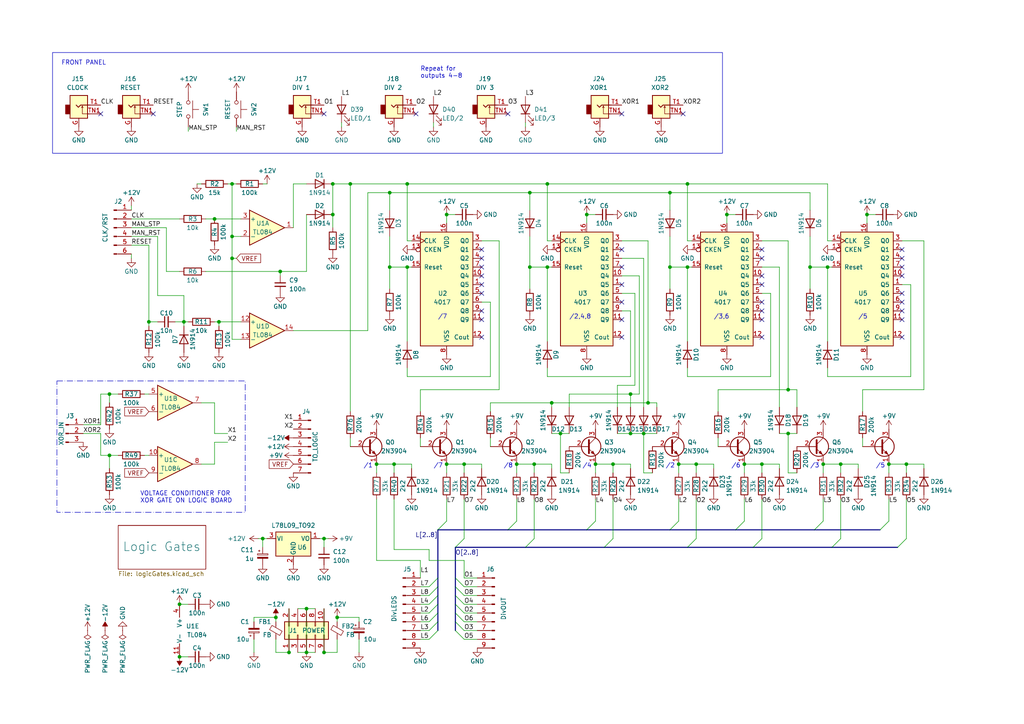
<source format=kicad_sch>
(kicad_sch (version 20230121) (generator eeschema)
  (paper "A4")
  (title_block (title "CGS36 Pulse Divider - divider circuit") (comment 2 "9V output level") (comment 3 "Additional protection against connecting outputs to voltage sources") (comment 4 "Modified low-current output stages"))
  (junction (at 62.23 63.5))
  (junction (at 96.52 53.34))
  (junction (at 228.6 125.73))
  (junction (at 172.72 134.62))
  (junction (at 240.03 77.47))
  (junction (at 97.79 179.07))
  (junction (at 118.11 53.34))
  (junction (at 67.31 74.93))
  (junction (at 118.11 77.47))
  (junction (at 154.94 134.62))
  (junction (at 134.62 134.62))
  (junction (at 67.31 53.34))
  (junction (at 194.31 77.47))
  (junction (at 262.89 134.62))
  (junction (at 83.82 189.23))
  (junction (at 182.88 125.73))
  (junction (at 177.8 134.62))
  (junction (at 80.01 179.07))
  (junction (at 199.39 77.47))
  (junction (at 170.18 62.23))
  (junction (at 43.18 93.345))
  (junction (at 201.93 134.62))
  (junction (at 96.52 62.23))
  (junction (at 53.34 93.345))
  (junction (at 88.9 176.53))
  (junction (at 109.22 134.62))
  (junction (at 158.75 53.34))
  (junction (at 187.96 116.84))
  (junction (at 93.98 189.23))
  (junction (at 220.98 134.62))
  (junction (at 113.03 77.47))
  (junction (at 67.31 68.58))
  (junction (at 194.31 55.88))
  (junction (at 31.75 132.08))
  (junction (at 129.54 62.23))
  (junction (at 76.2 156.21))
  (junction (at 186.69 125.73))
  (junction (at 52.07 175.26))
  (junction (at 113.03 55.88))
  (junction (at 199.39 53.34))
  (junction (at 251.46 62.23))
  (junction (at 234.95 77.47))
  (junction (at 149.86 134.62))
  (junction (at 257.81 134.62))
  (junction (at 63.5 93.345))
  (junction (at 93.98 156.21))
  (junction (at 88.9 189.23))
  (junction (at 101.6 53.34))
  (junction (at 114.3 134.62))
  (junction (at 153.67 77.47))
  (junction (at 153.67 55.88))
  (junction (at 31.75 114.3))
  (junction (at 81.28 78.74))
  (junction (at 196.85 134.62))
  (junction (at 243.84 134.62))
  (junction (at 158.75 77.47))
  (junction (at 162.56 125.73))
  (junction (at 238.76 134.62))
  (junction (at 129.54 134.62))
  (junction (at 52.07 190.5))
  (junction (at 210.82 62.23))
  (junction (at 215.9 134.62))
  (junction (at 160.02 116.84))
  (junction (at 182.88 114.3))
  (junction (at 228.6 113.03))
  (no_connect (at 139.7 80.01))
  (no_connect (at 220.98 80.01))
  (no_connect (at 120.65 33.02))
  (no_connect (at 261.62 87.63))
  (no_connect (at 220.98 87.63))
  (no_connect (at 261.62 72.39))
  (no_connect (at 180.34 33.02))
  (no_connect (at 29.21 33.02))
  (no_connect (at 261.62 97.79))
  (no_connect (at 139.7 72.39))
  (no_connect (at 93.98 33.02))
  (no_connect (at 180.34 72.39))
  (no_connect (at 139.7 97.79))
  (no_connect (at 220.98 92.71))
  (no_connect (at 261.62 74.93))
  (no_connect (at 220.98 74.93))
  (no_connect (at 180.34 92.71))
  (no_connect (at 139.7 85.09))
  (no_connect (at 220.98 90.17))
  (no_connect (at 139.7 82.55))
  (no_connect (at 261.62 92.71))
  (no_connect (at 220.98 82.55))
  (no_connect (at 261.62 77.47))
  (no_connect (at 261.62 90.17))
  (no_connect (at 139.7 74.93))
  (no_connect (at 139.7 90.17))
  (no_connect (at 220.98 72.39))
  (no_connect (at 147.32 33.02))
  (no_connect (at 261.62 80.01))
  (no_connect (at 139.7 92.71))
  (no_connect (at 220.98 97.79))
  (no_connect (at 180.34 87.63))
  (no_connect (at 180.34 97.79))
  (no_connect (at 198.12 33.02))
  (no_connect (at 44.45 33.02))
  (no_connect (at 180.34 77.47))
  (no_connect (at 261.62 85.09))
  (no_connect (at 180.34 82.55))
  (no_connect (at 139.7 77.47))
  (bus_entry (at 132.08 167.64) (size 2.54 2.54))
  (bus_entry (at 132.08 175.26) (size 2.54 2.54))
  (bus_entry (at 257.81 151.13) (size -2.54 2.54))
  (bus_entry (at 124.46 180.34) (size 2.54 -2.54))
  (bus_entry (at 152.4 158.75) (size 2.54 -2.54))
  (bus_entry (at 132.08 180.34) (size 2.54 2.54))
  (bus_entry (at 196.85 151.13) (size -2.54 2.54))
  (bus_entry (at 127 182.88) (size -2.54 2.54))
  (bus_entry (at 124.46 175.26) (size 2.54 -2.54))
  (bus_entry (at 124.46 177.8) (size 2.54 -2.54))
  (bus_entry (at 132.08 177.8) (size 2.54 2.54))
  (bus_entry (at 215.9 151.13) (size -2.54 2.54))
  (bus_entry (at 260.35 158.75) (size 2.54 -2.54))
  (bus_entry (at 149.86 151.13) (size -2.54 2.54))
  (bus_entry (at 172.72 151.13) (size -2.54 2.54))
  (bus_entry (at 238.76 151.13) (size -2.54 2.54))
  (bus_entry (at 218.44 158.75) (size 2.54 -2.54))
  (bus_entry (at 134.62 156.21) (size -2.54 2.54))
  (bus_entry (at 129.54 151.13) (size -2.54 2.54))
  (bus_entry (at 124.46 170.18) (size 2.54 -2.54))
  (bus_entry (at 241.3 158.75) (size 2.54 -2.54))
  (bus_entry (at 199.39 158.75) (size 2.54 -2.54))
  (bus_entry (at 132.08 172.72) (size 2.54 2.54))
  (bus_entry (at 124.46 182.88) (size 2.54 -2.54))
  (bus_entry (at 175.26 158.75) (size 2.54 -2.54))
  (bus_entry (at 132.08 170.18) (size 2.54 2.54))
  (bus_entry (at 132.08 182.88) (size 2.54 2.54))
  (bus_entry (at 124.46 172.72) (size 2.54 -2.54))
  (wire (pts (xy 262.89 134.62) (xy 262.89 137.16)))
  (wire (pts (xy 134.62 172.72) (xy 138.43 172.72)))
  (bus (pts (xy 218.44 158.75) (xy 241.3 158.75)))
  (bus (pts (xy 127 167.64) (xy 127 153.67)))
  (wire (pts (xy 43.18 93.345) (xy 45.72 93.345)))
  (wire (pts (xy 67.31 98.425) (xy 67.31 74.93)))
  (wire (pts (xy 182.88 90.17) (xy 182.88 109.22)))
  (wire (pts (xy 138.43 167.64) (xy 134.62 167.64)))
  (wire (pts (xy 62.23 63.5) (xy 69.85 63.5)))
  (wire (pts (xy 208.28 113.03) (xy 208.28 119.38)))
  (wire (pts (xy 153.67 77.47) (xy 153.67 83.82)))
  (wire (pts (xy 172.72 134.62) (xy 177.8 134.62)))
  (wire (pts (xy 160.02 116.84) (xy 187.96 116.84)))
  (wire (pts (xy 267.97 69.85) (xy 267.97 113.03)))
  (wire (pts (xy 234.95 77.47) (xy 240.03 77.47)))
  (wire (pts (xy 101.6 53.34) (xy 118.11 53.34)))
  (wire (pts (xy 121.92 177.8) (xy 124.46 177.8)))
  (wire (pts (xy 186.69 74.93) (xy 186.69 118.11)))
  (wire (pts (xy 182.88 114.3) (xy 182.88 118.11)))
  (wire (pts (xy 69.85 98.425) (xy 67.31 98.425)))
  (wire (pts (xy 85.09 95.885) (xy 106.68 95.885)))
  (wire (pts (xy 199.39 77.47) (xy 200.66 77.47)))
  (wire (pts (xy 153.67 77.47) (xy 158.75 77.47)))
  (wire (pts (xy 83.82 176.53) (xy 83.82 189.23)))
  (wire (pts (xy 134.62 167.64) (xy 134.62 162.56)))
  (wire (pts (xy 250.19 113.03) (xy 267.97 113.03)))
  (wire (pts (xy 80.01 180.34) (xy 80.01 179.07)))
  (wire (pts (xy 93.98 156.21) (xy 93.98 158.75)))
  (wire (pts (xy 118.11 69.85) (xy 119.38 69.85)))
  (bus (pts (xy 132.08 182.88) (xy 132.08 180.34)))
  (wire (pts (xy 125.73 35.56) (xy 125.73 36.83)))
  (wire (pts (xy 62.23 116.84) (xy 62.23 125.73)))
  (wire (pts (xy 88.9 78.74) (xy 88.9 62.23)))
  (wire (pts (xy 97.79 179.07) (xy 104.14 179.07)))
  (wire (pts (xy 177.8 134.62) (xy 177.8 137.16)))
  (wire (pts (xy 129.54 134.62) (xy 129.54 137.16)))
  (bus (pts (xy 127 170.18) (xy 127 167.64)))
  (wire (pts (xy 88.9 176.53) (xy 88.9 189.23)))
  (wire (pts (xy 158.75 53.34) (xy 158.75 69.85)))
  (wire (pts (xy 76.2 156.21) (xy 77.47 156.21)))
  (bus (pts (xy 236.22 153.67) (xy 255.27 153.67)))
  (wire (pts (xy 68.58 53.34) (xy 67.31 53.34)))
  (wire (pts (xy 54.61 93.345) (xy 53.34 93.345)))
  (wire (pts (xy 85.09 53.34) (xy 88.9 53.34)))
  (wire (pts (xy 29.21 132.08) (xy 31.75 132.08)))
  (wire (pts (xy 139.7 134.62) (xy 139.7 135.89)))
  (wire (pts (xy 149.86 134.62) (xy 149.86 137.16)))
  (wire (pts (xy 199.39 109.22) (xy 223.52 109.22)))
  (wire (pts (xy 29.21 123.19) (xy 24.13 123.19)))
  (wire (pts (xy 104.14 185.42) (xy 104.14 189.23)))
  (wire (pts (xy 38.1 59.69) (xy 38.1 60.96)))
  (wire (pts (xy 162.56 137.16) (xy 162.56 125.73)))
  (wire (pts (xy 53.34 85.725) (xy 53.34 93.345)))
  (wire (pts (xy 96.52 53.34) (xy 96.52 62.23)))
  (wire (pts (xy 154.94 144.78) (xy 154.94 156.21)))
  (wire (pts (xy 194.31 55.88) (xy 234.95 55.88)))
  (wire (pts (xy 58.42 116.84) (xy 62.23 116.84)))
  (wire (pts (xy 113.03 77.47) (xy 113.03 83.82)))
  (wire (pts (xy 231.14 137.16) (xy 228.6 137.16)))
  (wire (pts (xy 180.34 69.85) (xy 187.96 69.85)))
  (wire (pts (xy 101.6 119.38) (xy 101.6 53.34)))
  (wire (pts (xy 80.01 179.07) (xy 73.66 179.07)))
  (wire (pts (xy 80.01 185.42) (xy 80.01 189.23)))
  (wire (pts (xy 201.93 134.62) (xy 201.93 137.16)))
  (wire (pts (xy 121.92 170.18) (xy 124.46 170.18)))
  (wire (pts (xy 179.07 111.76) (xy 184.15 111.76)))
  (wire (pts (xy 261.62 82.55) (xy 264.16 82.55)))
  (wire (pts (xy 38.1 66.04) (xy 48.26 66.04)))
  (wire (pts (xy 43.18 94.615) (xy 43.18 93.345)))
  (wire (pts (xy 121.92 113.03) (xy 121.92 119.38)))
  (wire (pts (xy 118.11 109.22) (xy 142.24 109.22)))
  (wire (pts (xy 153.67 68.58) (xy 153.67 77.47)))
  (bus (pts (xy 132.08 158.75) (xy 152.4 158.75)))
  (wire (pts (xy 124.46 159.385) (xy 114.3 159.385)))
  (wire (pts (xy 59.69 78.74) (xy 81.28 78.74)))
  (wire (pts (xy 134.62 134.62) (xy 134.62 137.16)))
  (wire (pts (xy 144.78 69.85) (xy 144.78 113.03)))
  (wire (pts (xy 142.24 87.63) (xy 139.7 87.63)))
  (wire (pts (xy 160.02 116.84) (xy 160.02 118.11)))
  (wire (pts (xy 121.92 182.88) (xy 124.46 182.88)))
  (wire (pts (xy 118.11 53.34) (xy 158.75 53.34)))
  (wire (pts (xy 240.03 53.34) (xy 240.03 69.85)))
  (wire (pts (xy 101.6 127) (xy 101.6 129.54)))
  (bus (pts (xy 132.08 172.72) (xy 132.08 170.18)))
  (wire (pts (xy 92.71 156.21) (xy 93.98 156.21)))
  (wire (pts (xy 194.31 77.47) (xy 199.39 77.47)))
  (wire (pts (xy 52.07 190.5) (xy 54.61 190.5)))
  (wire (pts (xy 240.03 77.47) (xy 241.3 77.47)))
  (wire (pts (xy 104.14 179.07) (xy 104.14 180.34)))
  (wire (pts (xy 109.22 134.62) (xy 109.22 137.16)))
  (wire (pts (xy 41.91 132.08) (xy 43.18 132.08)))
  (wire (pts (xy 170.18 62.23) (xy 170.18 64.77)))
  (wire (pts (xy 129.54 134.62) (xy 134.62 134.62)))
  (wire (pts (xy 119.38 134.62) (xy 114.3 134.62)))
  (wire (pts (xy 215.9 134.62) (xy 215.9 137.16)))
  (wire (pts (xy 250.19 127) (xy 250.19 129.54)))
  (wire (pts (xy 109.22 144.78) (xy 109.22 162.56)))
  (wire (pts (xy 29.21 114.3) (xy 31.75 114.3)))
  (bus (pts (xy 127 172.72) (xy 127 170.18)))
  (wire (pts (xy 160.02 134.62) (xy 160.02 135.89)))
  (wire (pts (xy 142.24 116.84) (xy 142.24 119.38)))
  (wire (pts (xy 201.93 144.78) (xy 201.93 156.21)))
  (bus (pts (xy 170.18 153.67) (xy 194.31 153.67)))
  (bus (pts (xy 127 177.8) (xy 127 175.26)))
  (wire (pts (xy 121.92 180.34) (xy 124.46 180.34)))
  (wire (pts (xy 172.72 144.78) (xy 172.72 151.13)))
  (wire (pts (xy 29.21 114.3) (xy 29.21 123.19)))
  (wire (pts (xy 62.23 134.62) (xy 58.42 134.62)))
  (wire (pts (xy 48.26 78.74) (xy 52.07 78.74)))
  (wire (pts (xy 238.76 134.62) (xy 243.84 134.62)))
  (wire (pts (xy 118.11 53.34) (xy 118.11 69.85)))
  (bus (pts (xy 199.39 158.75) (xy 218.44 158.75)))
  (wire (pts (xy 113.03 55.88) (xy 153.67 55.88)))
  (wire (pts (xy 114.3 137.16) (xy 114.3 134.62)))
  (bus (pts (xy 241.3 158.75) (xy 260.35 158.75)))
  (wire (pts (xy 261.62 69.85) (xy 267.97 69.85)))
  (wire (pts (xy 59.69 63.5) (xy 62.23 63.5)))
  (wire (pts (xy 243.84 156.21) (xy 243.84 144.78)))
  (wire (pts (xy 154.94 134.62) (xy 154.94 137.16)))
  (wire (pts (xy 62.23 128.27) (xy 66.04 128.27)))
  (wire (pts (xy 134.62 177.8) (xy 138.43 177.8)))
  (wire (pts (xy 85.09 53.34) (xy 85.09 66.04)))
  (wire (pts (xy 226.06 134.62) (xy 226.06 135.89)))
  (wire (pts (xy 124.46 162.56) (xy 124.46 159.385)))
  (wire (pts (xy 38.1 74.93) (xy 38.1 73.66)))
  (wire (pts (xy 184.15 85.09) (xy 184.15 111.76)))
  (wire (pts (xy 180.34 74.93) (xy 186.69 74.93)))
  (wire (pts (xy 88.9 189.23) (xy 91.44 189.23)))
  (wire (pts (xy 243.84 134.62) (xy 248.92 134.62)))
  (wire (pts (xy 262.89 134.62) (xy 267.97 134.62)))
  (wire (pts (xy 31.75 114.3) (xy 34.29 114.3)))
  (wire (pts (xy 67.31 53.34) (xy 67.31 68.58)))
  (wire (pts (xy 199.39 53.34) (xy 240.03 53.34)))
  (bus (pts (xy 132.08 180.34) (xy 132.08 177.8)))
  (wire (pts (xy 248.92 134.62) (xy 248.92 135.89)))
  (bus (pts (xy 175.26 158.75) (xy 199.39 158.75)))
  (wire (pts (xy 215.9 144.78) (xy 215.9 151.13)))
  (wire (pts (xy 142.24 127) (xy 142.24 129.54)))
  (wire (pts (xy 31.75 114.3) (xy 31.75 116.84)))
  (wire (pts (xy 162.56 125.73) (xy 165.1 125.73)))
  (wire (pts (xy 67.31 53.34) (xy 66.04 53.34)))
  (wire (pts (xy 208.28 127) (xy 208.28 129.54)))
  (wire (pts (xy 158.75 53.34) (xy 199.39 53.34)))
  (wire (pts (xy 113.03 77.47) (xy 118.11 77.47)))
  (bus (pts (xy 152.4 158.75) (xy 175.26 158.75)))
  (wire (pts (xy 199.39 53.34) (xy 199.39 69.85)))
  (wire (pts (xy 134.62 170.18) (xy 138.43 170.18)))
  (wire (pts (xy 267.97 134.62) (xy 267.97 135.89)))
  (wire (pts (xy 24.13 125.73) (xy 29.21 125.73)))
  (wire (pts (xy 99.06 35.56) (xy 99.06 36.83)))
  (wire (pts (xy 170.18 62.23) (xy 172.72 62.23)))
  (wire (pts (xy 186.69 137.16) (xy 186.69 125.73)))
  (bus (pts (xy 127 180.34) (xy 127 177.8)))
  (bus (pts (xy 132.08 167.64) (xy 132.08 158.75)))
  (wire (pts (xy 62.23 125.73) (xy 66.04 125.73)))
  (wire (pts (xy 118.11 99.06) (xy 118.11 77.47)))
  (wire (pts (xy 182.88 134.62) (xy 182.88 135.89)))
  (wire (pts (xy 182.88 114.3) (xy 185.42 114.3)))
  (wire (pts (xy 158.75 77.47) (xy 158.75 99.06)))
  (wire (pts (xy 210.82 62.23) (xy 213.36 62.23)))
  (wire (pts (xy 31.75 132.08) (xy 31.75 135.89)))
  (wire (pts (xy 96.52 53.34) (xy 101.6 53.34)))
  (wire (pts (xy 118.11 109.22) (xy 118.11 106.68)))
  (wire (pts (xy 250.19 113.03) (xy 250.19 119.38)))
  (wire (pts (xy 129.54 62.23) (xy 129.54 64.77)))
  (wire (pts (xy 179.07 125.73) (xy 182.88 125.73)))
  (wire (pts (xy 234.95 68.58) (xy 234.95 77.47)))
  (wire (pts (xy 41.91 114.3) (xy 43.18 114.3)))
  (wire (pts (xy 118.11 77.47) (xy 119.38 77.47)))
  (wire (pts (xy 134.62 175.26) (xy 138.43 175.26)))
  (wire (pts (xy 234.95 77.47) (xy 234.95 83.82)))
  (wire (pts (xy 194.31 77.47) (xy 194.31 83.82)))
  (wire (pts (xy 190.5 116.84) (xy 190.5 118.11)))
  (wire (pts (xy 220.98 77.47) (xy 226.06 77.47)))
  (wire (pts (xy 80.01 189.23) (xy 83.82 189.23)))
  (wire (pts (xy 93.98 189.23) (xy 93.98 176.53)))
  (wire (pts (xy 231.14 113.03) (xy 231.14 118.11)))
  (wire (pts (xy 96.52 62.23) (xy 96.52 66.04)))
  (wire (pts (xy 228.6 69.85) (xy 228.6 113.03)))
  (wire (pts (xy 97.79 185.42) (xy 97.79 189.23)))
  (wire (pts (xy 154.94 134.62) (xy 160.02 134.62)))
  (bus (pts (xy 194.31 153.67) (xy 213.36 153.67)))
  (wire (pts (xy 52.07 175.26) (xy 54.61 175.26)))
  (wire (pts (xy 97.79 189.23) (xy 93.98 189.23)))
  (wire (pts (xy 119.38 135.89) (xy 119.38 134.62)))
  (wire (pts (xy 172.72 134.62) (xy 172.72 137.16)))
  (wire (pts (xy 228.6 137.16) (xy 228.6 125.73)))
  (wire (pts (xy 194.31 68.58) (xy 194.31 77.47)))
  (wire (pts (xy 67.31 68.58) (xy 69.85 68.58)))
  (wire (pts (xy 134.62 185.42) (xy 138.43 185.42)))
  (wire (pts (xy 73.66 185.42) (xy 73.66 189.23)))
  (wire (pts (xy 113.03 55.88) (xy 113.03 60.96)))
  (wire (pts (xy 86.36 176.53) (xy 88.9 176.53)))
  (wire (pts (xy 180.34 90.17) (xy 182.88 90.17)))
  (bus (pts (xy 132.08 177.8) (xy 132.08 175.26)))
  (wire (pts (xy 196.85 151.13) (xy 196.85 144.78)))
  (wire (pts (xy 234.95 55.88) (xy 234.95 60.96)))
  (wire (pts (xy 77.47 53.34) (xy 76.2 53.34)))
  (wire (pts (xy 179.07 111.76) (xy 179.07 118.11)))
  (wire (pts (xy 264.16 82.55) (xy 264.16 109.22)))
  (wire (pts (xy 121.92 175.26) (xy 124.46 175.26)))
  (wire (pts (xy 109.22 162.56) (xy 121.92 162.56)))
  (bus (pts (xy 213.36 153.67) (xy 236.22 153.67)))
  (wire (pts (xy 38.1 63.5) (xy 52.07 63.5)))
  (wire (pts (xy 88.9 176.53) (xy 91.44 176.53)))
  (wire (pts (xy 63.5 94.615) (xy 63.5 93.345)))
  (wire (pts (xy 38.1 68.58) (xy 45.72 68.58)))
  (wire (pts (xy 134.62 182.88) (xy 138.43 182.88)))
  (wire (pts (xy 220.98 156.21) (xy 220.98 144.78)))
  (bus (pts (xy 127 153.67) (xy 147.32 153.67)))
  (bus (pts (xy 147.32 153.67) (xy 170.18 153.67)))
  (bus (pts (xy 132.08 175.26) (xy 132.08 172.72)))
  (wire (pts (xy 48.26 66.04) (xy 48.26 78.74)))
  (wire (pts (xy 50.8 93.345) (xy 53.34 93.345)))
  (wire (pts (xy 81.28 78.74) (xy 81.28 80.01)))
  (wire (pts (xy 134.62 134.62) (xy 139.7 134.62)))
  (wire (pts (xy 228.6 113.03) (xy 231.14 113.03)))
  (wire (pts (xy 149.86 144.78) (xy 149.86 151.13)))
  (wire (pts (xy 226.06 125.73) (xy 228.6 125.73)))
  (wire (pts (xy 199.39 109.22) (xy 199.39 106.68)))
  (wire (pts (xy 134.62 180.34) (xy 138.43 180.34)))
  (wire (pts (xy 196.85 134.62) (xy 201.93 134.62)))
  (wire (pts (xy 223.52 85.09) (xy 223.52 109.22)))
  (wire (pts (xy 180.34 85.09) (xy 184.15 85.09)))
  (wire (pts (xy 29.21 125.73) (xy 29.21 132.08)))
  (wire (pts (xy 153.67 55.88) (xy 194.31 55.88)))
  (wire (pts (xy 207.01 134.62) (xy 207.01 135.89)))
  (wire (pts (xy 142.24 87.63) (xy 142.24 109.22)))
  (wire (pts (xy 73.66 179.07) (xy 73.66 180.34)))
  (wire (pts (xy 134.62 144.78) (xy 134.62 156.21)))
  (wire (pts (xy 196.85 134.62) (xy 196.85 137.16)))
  (wire (pts (xy 220.98 69.85) (xy 228.6 69.85)))
  (wire (pts (xy 121.92 113.03) (xy 144.78 113.03)))
  (wire (pts (xy 43.18 71.12) (xy 43.18 93.345)))
  (wire (pts (xy 45.72 68.58) (xy 45.72 85.725)))
  (wire (pts (xy 62.23 128.27) (xy 62.23 134.62)))
  (wire (pts (xy 67.31 74.93) (xy 67.31 68.58)))
  (wire (pts (xy 106.68 55.88) (xy 106.68 95.885)))
  (wire (pts (xy 121.92 172.72) (xy 124.46 172.72)))
  (wire (pts (xy 106.68 55.88) (xy 113.03 55.88)))
  (wire (pts (xy 68.58 74.93) (xy 67.31 74.93)))
  (bus (pts (xy 132.08 170.18) (xy 132.08 167.64)))
  (wire (pts (xy 158.75 109.22) (xy 182.88 109.22)))
  (wire (pts (xy 226.06 77.47) (xy 226.06 118.11)))
  (wire (pts (xy 62.23 93.345) (xy 63.5 93.345)))
  (wire (pts (xy 38.1 71.12) (xy 43.18 71.12)))
  (wire (pts (xy 134.62 162.56) (xy 124.46 162.56)))
  (wire (pts (xy 257.81 144.78) (xy 257.81 151.13)))
  (wire (pts (xy 129.54 62.23) (xy 132.08 62.23)))
  (wire (pts (xy 186.69 125.73) (xy 190.5 125.73)))
  (wire (pts (xy 68.58 38.1) (xy 68.58 36.83)))
  (wire (pts (xy 215.9 134.62) (xy 220.98 134.62)))
  (wire (pts (xy 121.92 127) (xy 121.92 129.54)))
  (bus (pts (xy 127 175.26) (xy 127 172.72)))
  (wire (pts (xy 240.03 99.06) (xy 240.03 77.47)))
  (wire (pts (xy 45.72 85.725) (xy 53.34 85.725)))
  (wire (pts (xy 114.3 134.62) (xy 109.22 134.62)))
  (wire (pts (xy 113.03 68.58) (xy 113.03 77.47)))
  (wire (pts (xy 220.98 134.62) (xy 220.98 137.16)))
  (wire (pts (xy 165.1 114.3) (xy 182.88 114.3)))
  (wire (pts (xy 97.79 180.34) (xy 97.79 179.07)))
  (wire (pts (xy 240.03 109.22) (xy 264.16 109.22)))
  (wire (pts (xy 54.61 38.1) (xy 54.61 36.83)))
  (wire (pts (xy 165.1 114.3) (xy 165.1 118.11)))
  (wire (pts (xy 177.8 156.21) (xy 177.8 144.78)))
  (wire (pts (xy 31.75 132.08) (xy 34.29 132.08)))
  (wire (pts (xy 262.89 156.21) (xy 262.89 144.78)))
  (wire (pts (xy 180.34 80.01) (xy 185.42 80.01)))
  (wire (pts (xy 243.84 134.62) (xy 243.84 137.16)))
  (wire (pts (xy 194.31 55.88) (xy 194.31 60.96)))
  (wire (pts (xy 165.1 137.16) (xy 162.56 137.16)))
  (wire (pts (xy 210.82 62.23) (xy 210.82 64.77)))
  (wire (pts (xy 189.23 137.16) (xy 186.69 137.16)))
  (wire (pts (xy 238.76 144.78) (xy 238.76 151.13)))
  (wire (pts (xy 74.93 156.21) (xy 76.2 156.21)))
  (wire (pts (xy 220.98 85.09) (xy 223.52 85.09)))
  (wire (pts (xy 142.24 116.84) (xy 160.02 116.84)))
  (wire (pts (xy 86.36 189.23) (xy 88.9 189.23)))
  (wire (pts (xy 160.02 125.73) (xy 162.56 125.73)))
  (wire (pts (xy 187.96 69.85) (xy 187.96 116.84)))
  (wire (pts (xy 238.76 134.62) (xy 238.76 137.16)))
  (wire (pts (xy 251.46 62.23) (xy 254 62.23)))
  (wire (pts (xy 182.88 125.73) (xy 186.69 125.73)))
  (wire (pts (xy 152.4 35.56) (xy 152.4 36.83)))
  (wire (pts (xy 158.75 77.47) (xy 160.02 77.47)))
  (wire (pts (xy 187.96 116.84) (xy 190.5 116.84)))
  (wire (pts (xy 185.42 80.01) (xy 185.42 114.3)))
  (wire (pts (xy 63.5 93.345) (xy 69.85 93.345)))
  (wire (pts (xy 57.15 53.34) (xy 58.42 53.34)))
  (wire (pts (xy 177.8 134.62) (xy 182.88 134.62)))
  (wire (pts (xy 257.81 134.62) (xy 257.81 137.16)))
  (wire (pts (xy 158.75 106.68) (xy 158.75 109.22)))
  (wire (pts (xy 199.39 69.85) (xy 200.66 69.85)))
  (wire (pts (xy 199.39 99.06) (xy 199.39 77.47)))
  (wire (pts (xy 240.03 69.85) (xy 241.3 69.85)))
  (wire (pts (xy 208.28 113.03) (xy 228.6 113.03)))
  (wire (pts (xy 121.92 162.56) (xy 121.92 167.64)))
  (wire (pts (xy 228.6 125.73) (xy 231.14 125.73)))
  (wire (pts (xy 139.7 69.85) (xy 144.78 69.85)))
  (wire (pts (xy 81.28 78.74) (xy 88.9 78.74)))
  (wire (pts (xy 93.98 156.21) (xy 95.25 156.21)))
  (wire (pts (xy 251.46 62.23) (xy 251.46 64.77)))
  (wire (pts (xy 76.2 156.21) (xy 76.2 158.75)))
  (wire (pts (xy 129.54 144.78) (xy 129.54 151.13)))
  (wire (pts (xy 114.3 144.78) (xy 114.3 159.385)))
  (wire (pts (xy 201.93 134.62) (xy 207.01 134.62)))
  (wire (pts (xy 153.67 55.88) (xy 153.67 60.96)))
  (wire (pts (xy 149.86 134.62) (xy 154.94 134.62)))
  (wire (pts (xy 220.98 134.62) (xy 226.06 134.62)))
  (wire (pts (xy 240.03 109.22) (xy 240.03 106.68)))
  (wire (pts (xy 257.81 134.62) (xy 262.89 134.62)))
  (wire (pts (xy 158.75 69.85) (xy 160.02 69.85)))
  (wire (pts (xy 121.92 185.42) (xy 124.46 185.42)))
  (bus (pts (xy 127 182.88) (xy 127 180.34)))
  (wire (pts (xy 53.34 94.615) (xy 53.34 93.345)))
  (rectangle (start 15.24 15.24) (end 209.55 44.45))
  (rectangle (start 16.51 110.49) (end 71.12 148.59) (stroke (width 0) (type dash_dot)))
  (text "/7" (at 125.73 135.89 0) (effects (font (size 1.27 1.27)) (justify left bottom)))
  (text "/1" (at 105.41 135.89 0) (effects (font (size 1.27 1.27)) (justify left bottom)))
  (text "/7" (at 127 92.71 0) (effects (font (size 1.27 1.27)) (justify left bottom)))
  (text "FRONT PANEL" (at 17.78 19.05 0) (effects (font (size 1.27 1.27)) (justify left bottom)))
  (text "/5" (at 248.92 92.71 0) (effects (font (size 1.27 1.27)) (justify left bottom)))
  (text "/4" (at 168.91 135.89 0) (effects (font (size 1.27 1.27)) (justify left bottom)))
  (text "/8" (at 146.05 135.89 0) (effects (font (size 1.27 1.27)) (justify left bottom)))
  (text "/2,4,8" (at 165.1 92.71 0) (effects (font (size 1.27 1.27)) (justify left bottom)))
  (text "/3,6" (at 207.01 92.71 0) (effects (font (size 1.27 1.27)) (justify left bottom)))
  (text "/3" (at 234.95 135.89 0) (effects (font (size 1.27 1.27)) (justify left bottom)))
  (text "/2" (at 193.04 135.89 0) (effects (font (size 1.27 1.27)) (justify left bottom)))
  (text "/6" (at 212.09 135.89 0) (effects (font (size 1.27 1.27)) (justify left bottom)))
  (text "Repeat for\noutputs 4-8" (at 121.92 22.86 0) (effects (font (size 1.27 1.27)) (justify left bottom)))
  (text "/5" (at 254 135.89 0) (effects (font (size 1.27 1.27)) (justify left bottom)))
  (text "VOLTAGE CONDITIONER FOR\nXOR GATE ON LOGIC BOARD" (at 40.64 146.05 0) (effects (font (size 1.27 1.27)) (justify left bottom)))
  (label "L4" (at 172.72 146.05 0))
  (label "O4" (at 134.62 175.26 0))
  (label "L8" (at 149.86 146.05 0))
  (label "X1" (at 66.04 125.73 0))
  (label "L3" (at 152.4 27.94 0))
  (label "O6" (at 220.98 146.05 0))
  (label "O2" (at 201.93 146.05 0))
  (label "O2" (at 120.65 30.48 0))
  (label "L2" (at 196.85 146.05 0))
  (label "L2" (at 125.73 27.94 0))
  (label "O3" (at 147.32 30.48 0))
  (label "O1" (at 134.62 167.64 0))
  (label "RESET" (at 44.45 30.48 0))
  (label "XOR2" (at 24.13 125.73 0))
  (label "MAN_RST" (at 38.1 68.58 0))
  (label "XOR1" (at 180.34 30.48 0))
  (label "O3" (at 134.62 182.88 0))
  (label "L6" (at 215.9 146.05 0))
  (label "L3" (at 121.92 182.88 0))
  (label "O7" (at 134.62 170.18 0))
  (label "X2" (at 66.04 128.27 0))
  (label "L1" (at 99.06 27.94 0))
  (label "X1" (at 85.09 121.92 180))
  (label "O8" (at 134.62 172.72 0))
  (label "L[2..8]" (at 127 156.21 180))
  (label "MAN_STP" (at 54.61 38.1 0))
  (label "X2" (at 85.09 124.46 180))
  (label "CLK" (at 38.1 63.5 0))
  (label "L7" (at 129.54 146.05 0))
  (label "XOR1" (at 24.13 123.19 0))
  (label "O1" (at 93.98 30.48 0))
  (label "O4" (at 177.8 146.05 0))
  (label "RESET" (at 38.1 71.12 0))
  (label "MAN_RST" (at 68.58 38.1 0))
  (label "L5" (at 121.92 185.42 0))
  (label "CLK" (at 29.21 30.48 0))
  (label "O2" (at 134.62 177.8 0))
  (label "L6" (at 121.92 180.34 0))
  (label "O5" (at 262.89 146.05 0))
  (label "L2" (at 121.92 177.8 0))
  (label "O6" (at 134.62 180.34 0))
  (label "O8" (at 154.94 146.05 0))
  (label "L7" (at 121.92 170.18 0))
  (label "L4" (at 121.92 175.26 0))
  (label "O5" (at 134.62 185.42 0))
  (label "L5" (at 257.81 146.05 0))
  (label "L8" (at 121.92 172.72 0))
  (label "L3" (at 238.76 146.05 0))
  (label "L1" (at 121.92 166.37 0))
  (label "XOR2" (at 198.12 30.48 0))
  (label "O7" (at 134.62 146.05 0))
  (label "O3" (at 243.84 146.05 0))
  (label "O[2..8]" (at 132.08 161.29 0))
  (label "MAN_STP" (at 38.1 66.04 0))
  (global_label "VREF" (shape input) (at 43.18 137.16 180) (property "Intersheetrefs" "${INTERSHEET_REFS}" (effects hide)))
  (global_label "VREF" (shape input) (at 68.58 74.93 0) (property "Intersheetrefs" "${INTERSHEET_REFS}" (effects hide)))
  (global_label "VREF" (shape input) (at 85.09 134.62 180) (property "Intersheetrefs" "${INTERSHEET_REFS}" (effects hide)))
  (global_label "VREF" (shape input) (at 43.18 119.38 180) (property "Intersheetrefs" "${INTERSHEET_REFS}" (effects hide)))
  (symbol (lib_id "Device:R") (at 231.14 133.35 180) (unit 1)
    (property "Reference" "R20" (at 231.14 133.35 90))
    (property "Value" "200k" (at 233.68 133.35 90))
    (property "Footprint" "CGE_footprints:R_Axial_DIN0204_L3.6mm_D1.6mm_P7.62mm_Horizontal" (effects hide))
  )
  (symbol (lib_id "Diode:1N914") (at 113.03 64.77 270) (mirror x) (unit 1)
    (property "Reference" "D3" (at 115.57 64.77 0))
    (property "Value" "1N914" (at 110.49 64.77 0))
    (property "Footprint" "CGE_footprints:D_DO-35_SOD27_P7.62mm_Horizontal" (effects hide))
    (property "Datasheet" "http://www.vishay.com/docs/85622/1n914.pdf" (effects hide))
    (property "Sim.Device" "D" (effects hide))
    (property "Sim.Pins" "1=K 2=A" (effects hide))
  )
  (symbol (lib_id "4xxx:4017") (at 210.82 82.55 0) (unit 1)
    (property "Reference" "U4" (at 208.28 85.09 0) (effects (justify left)))
    (property "Value" "4017" (at 207.01 87.63 0) (effects (justify left)))
    (property "Footprint" "Package_DIP:DIP-16_W7.62mm_Socket" (effects hide))
    (property "Datasheet" "https://www.ti.com/lit/ds/symlink/cd4017b.pdf" (effects hide))
  )
  (symbol (lib_id "Device:R") (at 114.3 140.97 180) (unit 1)
    (property "Reference" "R40" (at 114.3 140.97 90))
    (property "Value" "2k2" (at 116.84 140.97 90))
    (property "Footprint" "CGE_footprints:R_Axial_DIN0204_L3.6mm_D1.6mm_P7.62mm_Horizontal" (effects hide))
  )
  (symbol (lib_id "Amplifier_Operational:TL084") (at 54.61 182.88 0) (unit 5)
    (property "Reference" "U1" (at 55.88 181.61 0))
    (property "Value" "TL084" (at 57.15 184.15 0))
    (property "Footprint" "Package_DIP:DIP-14_W7.62mm_Socket" (effects hide))
    (property "Datasheet" "http://www.ti.com/lit/ds/symlink/tl081.pdf" (effects hide))
  )
  (symbol (lib_id "Diode:1N914") (at 160.02 121.92 270) (mirror x) (unit 1)
    (property "Reference" "D12" (at 161.925 124.46 90))
    (property "Value" "1N914" (at 157.48 121.92 0))
    (property "Footprint" "CGE_footprints:D_DO-35_SOD27_P7.62mm_Horizontal" (effects hide))
    (property "Datasheet" "http://www.vishay.com/docs/85622/1n914.pdf" (effects hide))
    (property "Sim.Device" "D" (effects hide))
    (property "Sim.Pins" "1=K 2=A" (effects hide))
  )
  (symbol (lib_id "power:GND") (at 191.77 36.83 0) (unit 1)
    (property "Reference" "#PWR0122" (effects hide))
    (property "Value" "GND" (at 191.77 40.64 0))
  )
  (symbol (lib_id "Device:R") (at 238.76 140.97 180) (unit 1)
    (property "Reference" "R31" (at 238.76 140.97 90))
    (property "Value" "33k" (at 241.3 140.97 90))
    (property "Footprint" "CGE_footprints:R_Axial_DIN0204_L3.6mm_D1.6mm_P7.62mm_Horizontal" (effects hide))
  )
  (symbol (lib_id "Device:C_Small") (at 48.26 93.345 90) (unit 1)
    (property "Reference" "C10" (at 48.26 90.805 90))
    (property "Value" "10n" (at 48.26 95.885 90))
    (property "Footprint" "CGE_footprints:C_Disc_D4.3mm_W1.9mm_P5.00mm" (effects hide))
  )
  (symbol (lib_id "CGE_symbols:AudioJack_Ground_Switch") (at 193.04 30.48 0) (unit 1)
    (property "Reference" "J25" (at 191.4525 22.86 0))
    (property "Value" "XOR2" (at 191.4525 25.4 0))
  )
  (symbol (lib_id "power:+9V") (at 172.72 124.46 0) (unit 1)
    (property "Reference" "#PWR038" (effects hide))
    (property "Value" "+9V" (at 172.72 120.65 0))
  )
  (symbol (lib_id "Switch:SW_Push") (at 68.58 31.75 270) (unit 1)
    (property "Reference" "SW2" (at 73.66 31.75 0))
    (property "Value" "RESET" (at 66.04 31.75 0))
  )
  (symbol (lib_id "Connector:Conn_01x09_Pin") (at 116.84 177.8 0) (unit 1)
    (property "Reference" "J5" (at 118.11 165.1 0))
    (property "Value" "DivLEDS" (at 114.3 176.53 90))
    (property "Footprint" "Connector_PinHeader_2.54mm:PinHeader_1x09_P2.54mm_Vertical" (effects hide))
  )
  (symbol (lib_id "power:GND") (at 182.88 143.51 0) (unit 1)
    (property "Reference" "#PWR045" (effects hide))
    (property "Value" "GND" (at 182.88 147.32 0))
  )
  (symbol (lib_id "Connector_Generic:Conn_02x05_Odd_Even") (at 88.9 184.15 90) (unit 1)
    (property "Reference" "J1" (at 83.82 182.88 90) (effects (justify right)))
    (property "Value" "POWER" (at 87.63 182.88 90) (effects (justify right)))
    (property "Footprint" "CGE_footprints:Power_2x05" (effects hide))
  )
  (symbol (lib_id "Device:C_Small") (at 57.15 175.26 90) (unit 1)
    (property "Reference" "C3" (at 57.15 172.72 90))
    (property "Value" "100n" (at 57.15 177.8 90))
    (property "Footprint" "CGE_footprints:C_Disc_D4.3mm_W1.9mm_P5.00mm" (effects hide))
  )
  (symbol (lib_id "power:+9V") (at 196.85 124.46 0) (unit 1)
    (property "Reference" "#PWR039" (effects hide))
    (property "Value" "+9V" (at 196.85 120.65 0))
  )
  (symbol (lib_id "Diode:1N914") (at 179.07 121.92 270) (mirror x) (unit 1)
    (property "Reference" "D14" (at 180.975 124.46 90))
    (property "Value" "1N914" (at 176.53 121.92 0))
    (property "Footprint" "CGE_footprints:D_DO-35_SOD27_P7.62mm_Horizontal" (effects hide))
    (property "Datasheet" "http://www.vishay.com/docs/85622/1n914.pdf" (effects hide))
    (property "Sim.Device" "D" (effects hide))
    (property "Sim.Pins" "1=K 2=A" (effects hide))
  )
  (symbol (lib_id "CGE_symbols:AudioJack_Ground_Switch") (at 39.37 30.48 0) (unit 1)
    (property "Reference" "J16" (at 37.7825 22.86 0))
    (property "Value" "RESET" (at 37.7825 25.4 0))
  )
  (symbol (lib_id "power:+9V") (at 95.25 156.21 270) (unit 1)
    (property "Reference" "#PWR051" (effects hide))
    (property "Value" "+9V" (at 100.33 156.21 90))
  )
  (symbol (lib_id "Device:C_Polarized_Small") (at 73.66 182.88 0) (mirror x) (unit 1)
    (property "Reference" "C1" (at 72.39 180.34 0) (effects (justify right)))
    (property "Value" "10u" (at 72.39 185.42 0) (effects (justify right)))
    (property "Footprint" "Capacitor_THT:CP_Radial_D5.0mm_P2.50mm" (effects hide))
  )
  (symbol (lib_id "Device:C_Small") (at 175.26 62.23 90) (unit 1)
    (property "Reference" "C6" (at 175.26 59.69 90))
    (property "Value" "100n" (at 175.26 64.77 90))
    (property "Footprint" "CGE_footprints:C_Disc_D4.3mm_W1.9mm_P5.00mm" (effects hide))
  )
  (symbol (lib_id "Connector:Conn_01x07_Pin") (at 90.17 129.54 0) (mirror y) (unit 1)
    (property "Reference" "J4" (at 87.63 119.38 0) (effects (justify right)))
    (property "Value" "TO_LOGIC" (at 91.44 129.54 90))
    (property "Footprint" "Connector_PinHeader_2.54mm:PinHeader_1x07_P2.54mm_Vertical" (effects hide))
  )
  (symbol (lib_id "power:GND") (at 226.06 143.51 0) (unit 1)
    (property "Reference" "#PWR047" (effects hide))
    (property "Value" "GND" (at 226.06 147.32 0))
  )
  (symbol (lib_id "Diode:1N914") (at 190.5 121.92 270) (mirror x) (unit 1)
    (property "Reference" "D17" (at 192.405 124.46 90))
    (property "Value" "1N914" (effects hide))
    (property "Footprint" "CGE_footprints:D_DO-35_SOD27_P7.62mm_Horizontal" (effects hide))
    (property "Datasheet" "http://www.vishay.com/docs/85622/1n914.pdf" (effects hide))
    (property "Sim.Device" "D" (effects hide))
    (property "Sim.Pins" "1=K 2=A" (effects hide))
  )
  (symbol (lib_id "Device:LED") (at 152.4 31.75 90) (unit 1)
    (property "Reference" "D41" (at 154.94 31.75 90) (effects (justify right)))
    (property "Value" "LED/3" (at 154.94 34.29 90) (effects (justify right)))
  )
  (symbol (lib_id "Device:R") (at 38.1 132.08 270) (unit 1)
    (property "Reference" "R49" (at 38.1 132.08 90))
    (property "Value" "100k" (at 38.1 134.62 90))
    (property "Footprint" "CGE_footprints:R_Axial_DIN0204_L3.6mm_D1.6mm_P7.62mm_Horizontal" (effects hide))
  )
  (symbol (lib_id "Device:R") (at 215.9 140.97 180) (unit 1)
    (property "Reference" "R29" (at 215.9 140.97 90))
    (property "Value" "33k" (at 218.44 140.97 90))
    (property "Footprint" "CGE_footprints:R_Axial_DIN0204_L3.6mm_D1.6mm_P7.62mm_Horizontal" (effects hide))
  )
  (symbol (lib_id "Diode:1N914") (at 153.67 64.77 270) (mirror x) (unit 1)
    (property "Reference" "D4" (at 156.21 64.77 0))
    (property "Value" "1N914" (at 151.13 64.77 0))
    (property "Footprint" "CGE_footprints:D_DO-35_SOD27_P7.62mm_Horizontal" (effects hide))
    (property "Datasheet" "http://www.vishay.com/docs/85622/1n914.pdf" (effects hide))
    (property "Sim.Device" "D" (effects hide))
    (property "Sim.Pins" "1=K 2=A" (effects hide))
  )
  (symbol (lib_id "Diode:1N914") (at 182.88 139.7 270) (unit 1)
    (property "Reference" "D22" (at 186.69 139.7 90))
    (property "Value" "1N914" (at 187.96 142.24 90))
    (property "Footprint" "CGE_footprints:D_DO-35_SOD27_P7.62mm_Horizontal" (effects hide))
    (property "Datasheet" "http://www.vishay.com/docs/85622/1n914.pdf" (effects hide))
  )
  (symbol (lib_id "Regulator_Linear:L78L09_TO92") (at 85.09 156.21 0) (unit 1)
    (property "Reference" "U6" (at 87.63 158.75 0))
    (property "Value" "L78L09_TO92" (at 85.09 152.4 0))
    (property "Footprint" "Package_TO_SOT_THT:TO-92_HandSolder" (effects hide))
    (property "Datasheet" "http://www.st.com/content/ccc/resource/technical/document/datasheet/15/55/e5/aa/23/5b/43/fd/CD00000446.pdf/files/CD00000446.pdf/jcr:content/translations/en.CD00000446.pdf" (effects hide))
  )
  (symbol (lib_id "power:GND") (at 129.54 102.87 0) (unit 1)
    (property "Reference" "#PWR029" (effects hide))
    (property "Value" "GND" (at 129.54 106.68 0))
  )
  (symbol (lib_id "power:GND") (at 259.08 62.23 90) (unit 1)
    (property "Reference" "#PWR016" (effects hide))
    (property "Value" "GND" (at 264.16 62.23 90))
  )
  (symbol (lib_id "Device:R") (at 31.75 139.7 180) (unit 1)
    (property "Reference" "R53" (at 31.75 139.7 90))
    (property "Value" "100k" (at 34.29 142.24 90) (effects (justify right)))
    (property "Footprint" "CGE_footprints:R_Axial_DIN0204_L3.6mm_D1.6mm_P7.62mm_Horizontal" (effects hide))
  )
  (symbol (lib_id "Device:R") (at 101.6 123.19 180) (unit 1)
    (property "Reference" "R76" (at 101.6 123.19 90))
    (property "Value" "200k" (at 104.14 123.19 90))
    (property "Footprint" "CGE_footprints:R_Axial_DIN0204_L3.6mm_D1.6mm_P7.62mm_Horizontal" (effects hide))
  )
  (symbol (lib_id "Device:R") (at 149.86 140.97 180) (unit 1)
    (property "Reference" "R23" (at 149.86 140.97 90))
    (property "Value" "33k" (at 152.4 140.97 90))
    (property "Footprint" "CGE_footprints:R_Axial_DIN0204_L3.6mm_D1.6mm_P7.62mm_Horizontal" (effects hide))
  )
  (symbol (lib_id "power:GND") (at 113.03 91.44 0) (unit 1)
    (property "Reference" "#PWR025" (effects hide))
    (property "Value" "GND" (at 113.03 95.25 0))
  )
  (symbol (lib_id "power:GND") (at 140.97 36.83 0) (unit 1)
    (property "Reference" "#PWR0104" (effects hide))
    (property "Value" "GND" (at 140.97 40.64 0))
  )
  (symbol (lib_id "4xxx:4017") (at 251.46 82.55 0) (unit 1)
    (property "Reference" "U5" (at 248.92 85.09 0) (effects (justify left)))
    (property "Value" "4017" (at 247.65 87.63 0) (effects (justify left)))
    (property "Footprint" "Package_DIP:DIP-16_W7.62mm_Socket" (effects hide))
    (property "Datasheet" "https://www.ti.com/lit/ds/symlink/cd4017b.pdf" (effects hide))
  )
  (symbol (lib_id "power:GND") (at 234.95 91.44 0) (unit 1)
    (property "Reference" "#PWR028" (effects hide))
    (property "Value" "GND" (at 234.95 95.25 0))
  )
  (symbol (lib_id "power:GND") (at 24.13 128.27 0) (unit 1)
    (property "Reference" "#PWR072" (effects hide))
    (property "Value" "GND" (at 24.13 132.08 0))
  )
  (symbol (lib_id "power:+12V") (at 52.07 175.26 0) (unit 1)
    (property "Reference" "#PWR057" (effects hide))
    (property "Value" "+12V" (at 52.07 171.45 0))
  )
  (symbol (lib_id "Device:FerriteBead_Small") (at 80.01 182.88 0) (unit 1)
    (property "Reference" "FB1" (at 74.93 180.34 0) (effects (justify left)))
    (property "Value" "FB" (at 76.2 184.15 0) (effects (justify left)))
    (property "Footprint" "Inductor_THT:L_Axial_L5.3mm_D2.2mm_P7.62mm_Horizontal_Vishay_IM-1" (effects hide))
  )
  (symbol (lib_id "power:+12V") (at 74.93 156.21 90) (unit 1)
    (property "Reference" "#PWR050" (effects hide))
    (property "Value" "+12V" (at 68.58 156.21 90))
  )
  (symbol (lib_id "Transistor_BJT:2N3904") (at 106.68 129.54 0) (unit 1)
    (property "Reference" "Q0" (at 111.76 128.27 0) (effects (justify left)))
    (property "Value" "2N3904" (at 110.49 130.81 0) (effects (justify left)))
    (property "Footprint" "Package_TO_SOT_THT:TO-92_HandSolder" (effects hide))
    (property "Datasheet" "https://www.onsemi.com/pub/Collateral/2N3903-D.PDF" (effects hide))
  )
  (symbol (lib_id "power:-12V") (at 30.48 182.88 0) (mirror y) (unit 1)
    (property "Reference" "#PWR060" (effects hide))
    (property "Value" "-12V" (at 30.48 177.8 90))
  )
  (symbol (lib_id "Diode:1N914") (at 160.02 139.7 270) (unit 1)
    (property "Reference" "D21" (at 162.56 139.7 90) (effects (justify left)))
    (property "Value" "1N914" (at 165.1 142.24 90))
    (property "Footprint" "CGE_footprints:D_DO-35_SOD27_P7.62mm_Horizontal" (effects hide))
    (property "Datasheet" "http://www.vishay.com/docs/85622/1n914.pdf" (effects hide))
    (property "Sim.Device" "D" (effects hide))
    (property "Sim.Pins" "1=K 2=A" (effects hide))
  )
  (symbol (lib_id "CGE_symbols:AudioJack_Ground_Switch") (at 24.13 30.48 0) (unit 1)
    (property "Reference" "J15" (at 22.5425 22.86 0))
    (property "Value" "CLOCK" (at 22.5425 25.4 0))
  )
  (symbol (lib_id "Transistor_BJT:2N3904") (at 170.18 129.54 0) (unit 1)
    (property "Reference" "Q3" (at 175.26 128.27 0) (effects (justify left)))
    (property "Value" "2N3904" (at 173.99 130.81 0) (effects (justify left)))
    (property "Footprint" "Package_TO_SOT_THT:TO-92_HandSolder" (effects hide))
    (property "Datasheet" "https://www.onsemi.com/pub/Collateral/2N3903-D.PDF" (effects hide))
  )
  (symbol (lib_id "Device:R") (at 177.8 140.97 180) (unit 1)
    (property "Reference" "R26" (at 177.8 140.97 90))
    (property "Value" "2k2" (at 180.34 140.97 90))
    (property "Footprint" "CGE_footprints:R_Axial_DIN0204_L3.6mm_D1.6mm_P7.62mm_Horizontal" (effects hide))
  )
  (symbol (lib_id "Device:R") (at 31.75 120.65 180) (unit 1)
    (property "Reference" "R42" (at 31.75 120.65 90))
    (property "Value" "100k" (at 34.29 123.19 90) (effects (justify right)))
    (property "Footprint" "CGE_footprints:R_Axial_DIN0204_L3.6mm_D1.6mm_P7.62mm_Horizontal" (effects hide))
  )
  (symbol (lib_id "4xxx:4017") (at 129.54 82.55 0) (unit 1)
    (property "Reference" "U2" (at 127 85.09 0) (effects (justify left)))
    (property "Value" "4017" (at 125.73 87.63 0) (effects (justify left)))
    (property "Footprint" "Package_DIP:DIP-16_W7.62mm_Socket" (effects hide))
    (property "Datasheet" "https://www.ti.com/lit/ds/symlink/cd4017b.pdf" (effects hide))
  )
  (symbol (lib_id "Device:R") (at 201.93 140.97 180) (unit 1)
    (property "Reference" "R28" (at 201.93 140.97 90))
    (property "Value" "2k2" (at 204.47 140.97 90))
    (property "Footprint" "CGE_footprints:R_Axial_DIN0204_L3.6mm_D1.6mm_P7.62mm_Horizontal" (effects hide))
  )
  (symbol (lib_id "power:GND") (at 119.38 143.51 0) (unit 1)
    (property "Reference" "#PWR0106" (effects hide))
    (property "Value" "GND" (at 119.38 147.32 0))
  )
  (symbol (lib_id "power:GND") (at 87.63 36.83 0) (unit 1)
    (property "Reference" "#PWR0100" (effects hide))
    (property "Value" "GND" (at 87.63 40.64 0))
  )
  (symbol (lib_id "Device:R") (at 250.19 123.19 180) (unit 1)
    (property "Reference" "R17" (at 250.19 123.19 90))
    (property "Value" "200k" (at 252.73 123.19 90))
    (property "Footprint" "CGE_footprints:R_Axial_DIN0204_L3.6mm_D1.6mm_P7.62mm_Horizontal" (effects hide))
  )
  (symbol (lib_id "Device:C_Small") (at 57.15 190.5 90) (unit 1)
    (property "Reference" "C4" (at 57.15 187.96 90))
    (property "Value" "100n" (at 57.15 193.04 90))
    (property "Footprint" "CGE_footprints:C_Disc_D4.3mm_W1.9mm_P5.00mm" (effects hide))
  )
  (symbol (lib_id "power:+9V") (at 238.76 124.46 0) (unit 1)
    (property "Reference" "#PWR041" (effects hide))
    (property "Value" "+9V" (at 238.76 120.65 0))
  )
  (symbol (lib_id "Diode:1N914") (at 186.69 121.92 270) (mirror x) (unit 1)
    (property "Reference" "D16" (at 188.595 124.46 90))
    (property "Value" "1N914" (effects hide))
    (property "Footprint" "CGE_footprints:D_DO-35_SOD27_P7.62mm_Horizontal" (effects hide))
    (property "Datasheet" "http://www.vishay.com/docs/85622/1n914.pdf" (effects hide))
    (property "Sim.Device" "D" (effects hide))
    (property "Sim.Pins" "1=K 2=A" (effects hide))
  )
  (symbol (lib_id "Transistor_BJT:2N3904") (at 127 129.54 0) (unit 1)
    (property "Reference" "Q1" (at 132.08 128.27 0) (effects (justify left)))
    (property "Value" "2N3904" (at 130.81 130.81 0) (effects (justify left)))
    (property "Footprint" "Package_TO_SOT_THT:TO-92_HandSolder" (effects hide))
    (property "Datasheet" "https://www.onsemi.com/pub/Collateral/2N3903-D.PDF" (effects hide))
  )
  (symbol (lib_id "Transistor_BJT:2N3904") (at 255.27 129.54 0) (unit 1)
    (property "Reference" "Q7" (effects hide))
    (property "Value" "2N3904" (effects hide))
    (property "Footprint" "Package_TO_SOT_THT:TO-92_HandSolder" (effects hide))
    (property "Datasheet" "https://www.onsemi.com/pub/Collateral/2N3903-D.PDF" (effects hide))
  )
  (symbol (lib_id "power:+9V") (at 149.86 124.46 0) (unit 1)
    (property "Reference" "#PWR037" (effects hide))
    (property "Value" "+9V" (at 149.86 120.65 0))
  )
  (symbol (lib_id "Transistor_BJT:2N3904") (at 147.32 129.54 0) (unit 1)
    (property "Reference" "Q2" (at 152.4 128.27 0) (effects (justify left)))
    (property "Value" "2N3904" (at 151.13 130.81 0) (effects (justify left)))
    (property "Footprint" "Package_TO_SOT_THT:TO-92_HandSolder" (effects hide))
    (property "Datasheet" "https://www.onsemi.com/pub/Collateral/2N3903-D.PDF" (effects hide))
  )
  (symbol (lib_id "power:GND") (at 194.31 91.44 0) (unit 1)
    (property "Reference" "#PWR027" (effects hide))
    (property "Value" "GND" (at 194.31 95.25 0))
  )
  (symbol (lib_id "power:GND") (at 22.86 36.83 0) (unit 1)
    (property "Reference" "#PWR096" (effects hide))
    (property "Value" "GND" (at 22.86 40.64 0))
  )
  (symbol (lib_id "Device:R") (at 62.23 67.31 180) (unit 1)
    (property "Reference" "R4" (at 62.23 67.31 90))
    (property "Value" "100k" (at 64.77 67.31 90))
    (property "Footprint" "CGE_footprints:R_Axial_DIN0204_L3.6mm_D1.6mm_P7.62mm_Horizontal" (effects hide))
  )
  (symbol (lib_id "Diode:1N914") (at 118.11 102.87 270) (unit 1)
    (property "Reference" "D8" (at 120.65 102.87 0))
    (property "Value" "1N914" (at 115.57 102.87 0))
    (property "Footprint" "CGE_footprints:D_DO-35_SOD27_P7.62mm_Horizontal" (effects hide))
    (property "Datasheet" "http://www.vishay.com/docs/85622/1n914.pdf" (effects hide))
    (property "Sim.Device" "D" (effects hide))
    (property "Sim.Pins" "1=K 2=A" (effects hide))
  )
  (symbol (lib_id "power:+9V") (at 85.09 132.08 90) (mirror x) (unit 1)
    (property "Reference" "#PWR0147" (effects hide))
    (property "Value" "+9V" (at 80.01 132.08 90))
  )
  (symbol (lib_id "power:GND") (at 93.98 163.83 0) (unit 1)
    (property "Reference" "#PWR054" (effects hide))
    (property "Value" "GND" (at 93.98 167.64 0))
  )
  (symbol (lib_id "power:PWR_FLAG") (at 30.48 182.88 0) (mirror x) (unit 1)
    (property "Reference" "#FLG02" (effects hide))
    (property "Value" "PWR_FLAG" (at 30.48 190.5 90))
  )
  (symbol (lib_id "Diode:1N914") (at 231.14 121.92 270) (mirror x) (unit 1)
    (property "Reference" "D19" (at 233.68 121.92 0))
    (property "Value" "1N914" (effects hide))
    (property "Footprint" "CGE_footprints:D_DO-35_SOD27_P7.62mm_Horizontal" (effects hide))
    (property "Datasheet" "http://www.vishay.com/docs/85622/1n914.pdf" (effects hide))
    (property "Sim.Device" "D" (effects hide))
    (property "Sim.Pins" "1=K 2=A" (effects hide))
  )
  (symbol (lib_id "Amplifier_Operational:TL084") (at 77.47 66.04 0) (unit 1)
    (property "Reference" "U1" (at 76.2 64.77 0))
    (property "Value" "TL084" (at 76.2 67.31 0))
    (property "Footprint" "Package_DIP:DIP-14_W7.62mm_Socket" (effects hide))
    (property "Datasheet" "http://www.ti.com/lit/ds/symlink/tl081.pdf" (effects hide))
  )
  (symbol (lib_id "power:PWR_FLAG") (at 25.4 182.88 0) (mirror x) (unit 1)
    (property "Reference" "#FLG01" (effects hide))
    (property "Value" "PWR_FLAG" (at 25.4 190.5 90))
  )
  (symbol (lib_id "CGE_symbols:AudioJack_Ground_Switch") (at 175.26 30.48 0) (unit 1)
    (property "Reference" "J24" (at 173.6725 22.86 0))
    (property "Value" "XOR1" (at 173.6725 25.4 0))
  )
  (symbol (lib_id "power:-12V") (at 85.09 127 90) (unit 1)
    (property "Reference" "#PWR0146" (effects hide))
    (property "Value" "-12V" (at 80.01 127 90))
  )
  (symbol (lib_id "Device:R") (at 194.31 87.63 180) (unit 1)
    (property "Reference" "R9" (at 194.31 87.63 90))
    (property "Value" "100k" (at 196.85 87.63 90))
    (property "Footprint" "CGE_footprints:R_Axial_DIN0204_L3.6mm_D1.6mm_P7.62mm_Horizontal" (effects hide))
  )
  (symbol (lib_id "Amplifier_Operational:TL084") (at 50.8 134.62 0) (unit 3)
    (property "Reference" "U1" (at 49.53 133.35 0))
    (property "Value" "TL084" (at 49.53 135.89 0))
    (property "Footprint" "Package_DIP:DIP-14_W7.62mm_Socket" (effects hide))
    (property "Datasheet" "http://www.ti.com/lit/ds/symlink/tl081.pdf" (effects hide))
  )
  (symbol (lib_id "Device:R") (at 55.88 78.74 90) (unit 1)
    (property "Reference" "R6" (at 55.88 78.74 90))
    (property "Value" "10k" (at 55.88 81.28 90))
    (property "Footprint" "CGE_footprints:R_Axial_DIN0204_L3.6mm_D1.6mm_P7.62mm_Horizontal" (effects hide))
  )
  (symbol (lib_id "Diode:1N914") (at 226.06 139.7 270) (unit 1)
    (property "Reference" "D24" (at 229.87 139.7 90))
    (property "Value" "1N914" (at 231.14 142.24 90))
    (property "Footprint" "CGE_footprints:D_DO-35_SOD27_P7.62mm_Horizontal" (effects hide))
    (property "Datasheet" "http://www.vishay.com/docs/85622/1n914.pdf" (effects hide))
  )
  (symbol (lib_id "Device:R") (at 165.1 133.35 180) (unit 1)
    (property "Reference" "R18" (at 165.1 133.35 90))
    (property "Value" "200k" (at 167.64 133.35 90))
    (property "Footprint" "CGE_footprints:R_Axial_DIN0204_L3.6mm_D1.6mm_P7.62mm_Horizontal" (effects hide))
  )
  (symbol (lib_id "Diode:1N914") (at 240.03 102.87 270) (unit 1)
    (property "Reference" "D11" (at 242.57 102.87 0))
    (property "Value" "1N914" (at 237.49 102.87 0))
    (property "Footprint" "CGE_footprints:D_DO-35_SOD27_P7.62mm_Horizontal" (effects hide))
    (property "Datasheet" "http://www.vishay.com/docs/85622/1n914.pdf" (effects hide))
    (property "Sim.Device" "D" (effects hide))
    (property "Sim.Pins" "1=K 2=A" (effects hide))
  )
  (symbol (lib_id "power:+12V") (at 129.54 62.23 0) (unit 1)
    (property "Reference" "#PWR09" (effects hide))
    (property "Value" "+12V" (at 129.54 58.42 0))
  )
  (symbol (lib_id "power:+12V") (at 54.61 26.67 0) (unit 1)
    (property "Reference" "#PWR098" (effects hide))
    (property "Value" "+12V" (at 54.61 22.86 0))
  )
  (symbol (lib_id "Device:R") (at 58.42 93.345 90) (unit 1)
    (property "Reference" "R11" (at 58.42 93.345 90))
    (property "Value" "10k" (at 58.42 95.885 90))
    (property "Footprint" "CGE_footprints:R_Axial_DIN0204_L3.6mm_D1.6mm_P7.62mm_Horizontal" (effects hide))
  )
  (symbol (lib_id "power:GND") (at 104.14 189.23 0) (unit 1)
    (property "Reference" "#PWR02" (effects hide))
    (property "Value" "GND" (at 104.14 193.04 0))
  )
  (symbol (lib_id "Connector:Conn_01x09_Pin") (at 143.51 177.8 0) (mirror y) (unit 1)
    (property "Reference" "J6" (at 142.24 165.1 0))
    (property "Value" "DivOUT" (at 146.05 176.53 90))
    (property "Footprint" "Connector_PinHeader_2.54mm:PinHeader_1x09_P2.54mm_Vertical" (effects hide))
  )
  (symbol (lib_id "Diode:1N914") (at 53.34 98.425 90) (mirror x) (unit 1)
    (property "Reference" "D7" (at 50.8 98.425 0))
    (property "Value" "1N914" (at 55.88 98.425 0))
    (property "Footprint" "CGE_footprints:D_DO-35_SOD27_P7.62mm_Horizontal" (effects hide))
    (property "Datasheet" "http://www.vishay.com/docs/85622/1n914.pdf" (effects hide))
    (property "Sim.Device" "D" (effects hide))
    (property "Sim.Pins" "1=K 2=A" (effects hide))
  )
  (symbol (lib_id "Diode:1N914") (at 119.38 139.7 270) (unit 1)
    (property "Reference" "D32" (at 120.65 139.7 90) (effects (justify left)))
    (property "Value" "1N914" (at 120.65 142.24 90) (effects (justify left)))
    (property "Footprint" "CGE_footprints:D_DO-35_SOD27_P7.62mm_Horizontal" (effects hide))
    (property "Datasheet" "http://www.vishay.com/docs/85622/1n914.pdf" (effects hide))
    (property "Sim.Device" "D" (effects hide))
    (property "Sim.Pins" "1=K 2=A" (effects hide))
  )
  (symbol (lib_id "power:GND") (at 35.56 182.88 180) (unit 1)
    (property "Reference" "#PWR062" (effects hide))
    (property "Value" "GND" (at 35.56 177.8 90))
  )
  (symbol (lib_id "power:+9V") (at 215.9 124.46 0) (unit 1)
    (property "Reference" "#PWR040" (effects hide))
    (property "Value" "+9V" (at 215.9 120.65 0))
  )
  (symbol (lib_id "power:GND") (at 121.92 187.96 0) (unit 1)
    (property "Reference" "#PWR055" (effects hide))
    (property "Value" "GND" (at 121.92 191.77 0))
  )
  (symbol (lib_id "power:PWR_FLAG") (at 35.56 182.88 0) (mirror x) (unit 1)
    (property "Reference" "#FLG04" (effects hide))
    (property "Value" "PWR_FLAG" (at 35.56 190.5 90))
  )
  (symbol (lib_id "Device:R") (at 121.92 123.19 180) (unit 1)
    (property "Reference" "R14" (at 121.92 123.19 90))
    (property "Value" "200k" (at 124.46 123.19 90))
    (property "Footprint" "CGE_footprints:R_Axial_DIN0204_L3.6mm_D1.6mm_P7.62mm_Horizontal" (effects hide))
  )
  (symbol (lib_id "power:GND") (at 177.8 62.23 90) (unit 1)
    (property "Reference" "#PWR012" (effects hide))
    (property "Value" "GND" (at 182.88 62.23 90))
  )
  (symbol (lib_id "power:GND") (at 38.1 36.83 0) (unit 1)
    (property "Reference" "#PWR097" (effects hide))
    (property "Value" "GND" (at 38.1 40.64 0))
  )
  (symbol (lib_id "Device:LED") (at 125.73 31.75 90) (unit 1)
    (property "Reference" "D40" (at 128.27 31.75 90) (effects (justify right)))
    (property "Value" "LED/2" (at 128.27 34.29 90) (effects (justify right)))
  )
  (symbol (lib_id "Device:C_Small") (at 93.98 161.29 0) (unit 1)
    (property "Reference" "C12" (at 96.52 160.02 0) (effects (justify left)))
    (property "Value" "100n" (at 96.52 162.5663 0) (effects (justify left)))
    (property "Footprint" "CGE_footprints:C_Disc_D4.3mm_W1.9mm_P5.00mm" (effects hide))
  )
  (symbol (lib_id "power:GND") (at 139.7 143.51 0) (unit 1)
    (property "Reference" "#PWR043" (effects hide))
    (property "Value" "GND" (at 139.7 147.32 0))
  )
  (symbol (lib_id "Device:R") (at 129.54 140.97 180) (unit 1)
    (property "Reference" "R21" (at 129.54 140.97 90))
    (property "Value" "33k" (at 132.08 140.97 90))
    (property "Footprint" "CGE_footprints:R_Axial_DIN0204_L3.6mm_D1.6mm_P7.62mm_Horizontal" (effects hide))
  )
  (symbol (lib_id "power:GND") (at 125.73 36.83 0) (unit 1)
    (property "Reference" "#PWR0103" (effects hide))
    (property "Value" "GND" (at 125.73 40.64 0))
  )
  (symbol (lib_id "power:+12V") (at 97.79 179.07 0) (unit 1)
    (property "Reference" "#PWR04" (effects hide))
    (property "Value" "+12V" (at 97.79 175.26 0))
  )
  (symbol (lib_id "power:GND") (at 85.09 137.16 0) (unit 1)
    (property "Reference" "#PWR0140" (effects hide))
    (property "Value" "GND" (at 85.09 140.97 0))
  )
  (symbol (lib_id "power:GND") (at 31.75 143.51 0) (unit 1)
    (property "Reference" "#PWR077" (effects hide))
    (property "Value" "GND" (at 31.75 147.32 0))
  )
  (symbol (lib_id "power:GND") (at 251.46 102.87 0) (unit 1)
    (property "Reference" "#PWR032" (effects hide))
    (property "Value" "GND" (at 251.46 106.68 0))
  )
  (symbol (lib_id "Device:R") (at 257.81 140.97 180) (unit 1)
    (property "Reference" "R33" (at 257.81 140.97 90))
    (property "Value" "33k" (at 260.35 140.97 90))
    (property "Footprint" "CGE_footprints:R_Axial_DIN0204_L3.6mm_D1.6mm_P7.62mm_Horizontal" (effects hide))
  )
  (symbol (lib_id "power:+9V") (at 109.22 124.46 0) (unit 1)
    (property "Reference" "#PWR0142" (effects hide))
    (property "Value" "+9V" (at 109.22 120.65 0))
  )
  (symbol (lib_id "power:GND") (at 137.16 62.23 90) (unit 1)
    (property "Reference" "#PWR010" (effects hide))
    (property "Value" "GND" (at 142.24 62.23 90))
  )
  (symbol (lib_id "Device:R") (at 172.72 140.97 180) (unit 1)
    (property "Reference" "R25" (at 172.72 140.97 90))
    (property "Value" "33k" (at 175.26 140.97 90))
    (property "Footprint" "CGE_footprints:R_Axial_DIN0204_L3.6mm_D1.6mm_P7.62mm_Horizontal" (effects hide))
  )
  (symbol (lib_id "power:-12V") (at 80.01 179.07 0) (unit 1)
    (property "Reference" "#PWR05" (effects hide))
    (property "Value" "-12V" (at 80.01 175.26 0))
  )
  (symbol (lib_id "Device:R") (at 63.5 98.425 180) (unit 1)
    (property "Reference" "R13" (at 63.5 98.425 90))
    (property "Value" "100k" (at 66.04 98.425 90))
    (property "Footprint" "CGE_footprints:R_Axial_DIN0204_L3.6mm_D1.6mm_P7.62mm_Horizontal" (effects hide))
  )
  (symbol (lib_id "power:+12V") (at 77.47 53.34 0) (unit 1)
    (property "Reference" "#PWR06" (effects hide))
    (property "Value" "+12V" (at 77.47 49.53 0))
  )
  (symbol (lib_id "power:GND") (at 73.66 189.23 0) (unit 1)
    (property "Reference" "#PWR03" (effects hide))
    (property "Value" "GND" (at 73.66 193.04 0))
  )
  (symbol (lib_id "power:GND") (at 88.9 189.23 0) (unit 1)
    (property "Reference" "#PWR01" (effects hide))
    (property "Value" "GND" (at 88.9 193.04 0))
  )
  (symbol (lib_id "power:GND") (at 85.09 163.83 0) (unit 1)
    (property "Reference" "#PWR053" (effects hide))
    (property "Value" "GND" (at 85.09 167.64 0))
  )
  (symbol (lib_id "Diode:1N914") (at 92.71 62.23 0) (mirror y) (unit 1)
    (property "Reference" "D2" (at 92.71 59.69 0))
    (property "Value" "1N914" (at 92.71 64.77 0))
    (property "Footprint" "CGE_footprints:D_DO-35_SOD27_P7.62mm_Horizontal" (effects hide))
    (property "Datasheet" "http://www.vishay.com/docs/85622/1n914.pdf" (effects hide))
    (property "Sim.Device" "D" (effects hide))
    (property "Sim.Pins" "1=K 2=A" (effects hide))
  )
  (symbol (lib_id "Device:R") (at 96.52 69.85 180) (unit 1)
    (property "Reference" "R5" (at 96.52 69.85 90))
    (property "Value" "100k" (at 99.06 69.85 90))
    (property "Footprint" "CGE_footprints:R_Axial_DIN0204_L3.6mm_D1.6mm_P7.62mm_Horizontal" (effects hide))
  )
  (symbol (lib_id "Device:C_Small") (at 134.62 62.23 90) (unit 1)
    (property "Reference" "C5" (at 134.62 59.69 90))
    (property "Value" "100n" (at 134.62 64.77 90))
    (property "Footprint" "CGE_footprints:C_Disc_D4.3mm_W1.9mm_P5.00mm" (effects hide))
  )
  (symbol (lib_id "power:GND") (at 38.1 74.93 0) (unit 1)
    (property "Reference" "#PWR023" (effects hide))
    (property "Value" "GND" (at 38.1 78.74 0))
  )
  (symbol (lib_id "Device:R") (at 196.85 140.97 180) (unit 1)
    (property "Reference" "R27" (at 196.85 140.97 90))
    (property "Value" "33k" (at 199.39 140.97 90))
    (property "Footprint" "CGE_footprints:R_Axial_DIN0204_L3.6mm_D1.6mm_P7.62mm_Horizontal" (effects hide))
  )
  (symbol (lib_id "power:GND") (at 57.15 53.34 0) (unit 1)
    (property "Reference" "#PWR07" (effects hide))
    (property "Value" "GND" (at 57.15 57.15 0))
  )
  (symbol (lib_id "power:GND") (at 119.38 72.39 270) (unit 1)
    (property "Reference" "#PWR018" (effects hide))
    (property "Value" "GND" (at 118.11 74.93 90))
  )
  (symbol (lib_id "Device:R") (at 262.89 140.97 180) (unit 1)
    (property "Reference" "R34" (at 262.89 140.97 90))
    (property "Value" "2k2" (at 265.43 140.97 90))
    (property "Footprint" "CGE_footprints:R_Axial_DIN0204_L3.6mm_D1.6mm_P7.62mm_Horizontal" (effects hide))
  )
  (symbol (lib_id "Diode:1N914") (at 234.95 64.77 270) (mirror x) (unit 1)
    (property "Reference" "D6" (at 237.49 64.77 0))
    (property "Value" "1N914" (at 232.41 64.77 0))
    (property "Footprint" "CGE_footprints:D_DO-35_SOD27_P7.62mm_Horizontal" (effects hide))
    (property "Datasheet" "http://www.vishay.com/docs/85622/1n914.pdf" (effects hide))
    (property "Sim.Device" "D" (effects hide))
    (property "Sim.Pins" "1=K 2=A" (effects hide))
  )
  (symbol (lib_id "power:GND") (at 160.02 72.39 270) (unit 1)
    (property "Reference" "#PWR019" (effects hide))
    (property "Value" "GND" (at 158.75 74.93 90))
  )
  (symbol (lib_id "Transistor_BJT:2N3904") (at 236.22 129.54 0) (unit 1)
    (property "Reference" "Q6" (at 241.3 128.27 0) (effects (justify left)))
    (property "Value" "2N3904" (at 240.03 130.81 0) (effects (justify left)))
    (property "Footprint" "Package_TO_SOT_THT:TO-92_HandSolder" (effects hide))
    (property "Datasheet" "https://www.onsemi.com/pub/Collateral/2N3903-D.PDF" (effects hide))
  )
  (symbol (lib_id "power:GND") (at 210.82 102.87 0) (unit 1)
    (property "Reference" "#PWR031" (effects hide))
    (property "Value" "GND" (at 210.82 106.68 0))
  )
  (symbol (lib_id "CGE_symbols:AudioJack_Ground_Switch") (at 142.24 30.48 0) (unit 1)
    (property "Reference" "J19" (at 140.6525 22.86 0))
    (property "Value" "DIV 3" (at 140.6525 25.4 0))
  )
  (symbol (lib_id "Device:C_Small") (at 81.28 82.55 0) (unit 1)
    (property "Reference" "C9" (at 83.82 81.2863 0) (effects (justify left)))
    (property "Value" "100n" (at 83.82 83.8263 0) (effects (justify left)))
    (property "Footprint" "CGE_footprints:C_Disc_D4.3mm_W1.9mm_P5.00mm" (effects hide))
  )
  (symbol (lib_id "power:GND") (at 114.3 36.83 0) (unit 1)
    (property "Reference" "#PWR0102" (effects hide))
    (property "Value" "GND" (at 114.3 40.64 0))
  )
  (symbol (lib_id "power:GND") (at 99.06 36.83 0) (unit 1)
    (property "Reference" "#PWR0101" (effects hide))
    (property "Value" "GND" (at 99.06 40.64 0))
  )
  (symbol (lib_id "power:GND") (at 81.28 85.09 0) (unit 1)
    (property "Reference" "#PWR024" (effects hide))
    (property "Value" "GND" (at 81.28 88.9 0))
  )
  (symbol (lib_id "power:GND") (at 200.66 72.39 270) (unit 1)
    (property "Reference" "#PWR020" (effects hide))
    (property "Value" "GND" (at 199.39 74.93 90))
  )
  (symbol (lib_id "4xxx:4017") (at 170.18 82.55 0) (unit 1)
    (property "Reference" "U3" (at 167.64 85.09 0) (effects (justify left)))
    (property "Value" "4017" (at 166.37 87.63 0) (effects (justify left)))
    (property "Footprint" "Package_DIP:DIP-16_W7.62mm_Socket" (effects hide))
    (property "Datasheet" "https://www.ti.com/lit/ds/symlink/cd4017b.pdf" (effects hide))
  )
  (symbol (lib_id "power:+12V") (at 85.09 129.54 90) (unit 1)
    (property "Reference" "#PWR0148" (effects hide))
    (property "Value" "+12V" (at 80.01 129.54 90))
  )
  (symbol (lib_id "Device:LED") (at 99.06 31.75 90) (unit 1)
    (property "Reference" "D39" (at 101.6 31.75 90) (effects (justify right)))
    (property "Value" "LED/1" (at 101.6 34.29 90) (effects (justify right)))
  )
  (symbol (lib_id "Connector:Conn_01x03_Pin") (at 19.05 125.73 0) (unit 1)
    (property "Reference" "J3" (at 20.32 120.65 0))
    (property "Value" "XOR_IN" (at 17.78 125.73 90))
    (property "Footprint" "Connector_PinHeader_2.54mm:PinHeader_1x03_P2.54mm_Vertical" (effects hide))
  )
  (symbol (lib_id "power:GND") (at 152.4 36.83 0) (unit 1)
    (property "Reference" "#PWR0105" (effects hide))
    (property "Value" "GND" (at 152.4 40.64 0))
  )
  (symbol (lib_id "Amplifier_Operational:TL084") (at 77.47 95.885 0) (unit 4)
    (property "Reference" "U1" (at 76.2 94.615 0))
    (property "Value" "TL084" (at 76.2 97.155 0))
    (property "Footprint" "Package_DIP:DIP-14_W7.62mm_Socket" (effects hide))
    (property "Datasheet" "http://www.ti.com/lit/ds/symlink/tl081.pdf" (effects hide))
  )
  (symbol (lib_id "Device:R") (at 55.88 63.5 90) (unit 1)
    (property "Reference" "R3" (at 55.88 63.5 90))
    (property "Value" "10k" (at 55.88 66.04 90))
    (property "Footprint" "CGE_footprints:R_Axial_DIN0204_L3.6mm_D1.6mm_P7.62mm_Horizontal" (effects hide))
  )
  (symbol (lib_id "Device:R") (at 134.62 140.97 180) (unit 1)
    (property "Reference" "R22" (at 134.62 140.97 90))
    (property "Value" "2k2" (at 137.16 140.97 90))
    (property "Footprint" "CGE_footprints:R_Axial_DIN0204_L3.6mm_D1.6mm_P7.62mm_Horizontal" (effects hide))
  )
  (symbol (lib_id "power:+12V") (at 68.58 26.67 0) (unit 1)
    (property "Reference" "#PWR099" (effects hide))
    (property "Value" "+12V" (at 68.58 22.86 0))
  )
  (symbol (lib_id "Diode:1N914") (at 158.75 102.87 270) (unit 1)
    (property "Reference" "D9" (at 161.29 102.87 0))
    (property "Value" "1N914" (at 156.21 102.87 0))
    (property "Footprint" "CGE_footprints:D_DO-35_SOD27_P7.62mm_Horizontal" (effects hide))
    (property "Datasheet" "http://www.vishay.com/docs/85622/1n914.pdf" (effects hide))
    (property "Sim.Device" "D" (effects hide))
    (property "Sim.Pins" "1=K 2=A" (effects hide))
  )
  (symbol (lib_id "Device:R") (at 38.1 114.3 270) (unit 1)
    (property "Reference" "R37" (at 38.1 114.3 90))
    (property "Value" "100k" (at 38.1 116.84 90))
    (property "Footprint" "CGE_footprints:R_Axial_DIN0204_L3.6mm_D1.6mm_P7.62mm_Horizontal" (effects hide))
  )
  (symbol (lib_id "Diode:1N914") (at 267.97 139.7 270) (unit 1)
    (property "Reference" "D26" (at 271.78 139.7 90))
    (property "Value" "1N914" (at 273.05 142.24 90))
    (property "Footprint" "CGE_footprints:D_DO-35_SOD27_P7.62mm_Horizontal" (effects hide))
    (property "Datasheet" "http://www.vishay.com/docs/85622/1n914.pdf" (effects hide))
  )
  (symbol (lib_id "Diode:1N914") (at 194.31 64.77 270) (mirror x) (unit 1)
    (property "Reference" "D5" (at 196.85 64.77 0))
    (property "Value" "1N914" (at 191.77 64.77 0))
    (property "Footprint" "CGE_footprints:D_DO-35_SOD27_P7.62mm_Horizontal" (effects hide))
    (property "Datasheet" "http://www.vishay.com/docs/85622/1n914.pdf" (effects hide))
    (property "Sim.Device" "D" (effects hide))
    (property "Sim.Pins" "1=K 2=A" (effects hide))
  )
  (symbol (lib_id "power:GND") (at 267.97 143.51 0) (unit 1)
    (property "Reference" "#PWR049" (effects hide))
    (property "Value" "GND" (at 267.97 147.32 0))
  )
  (symbol (lib_id "Diode:1N914") (at 199.39 102.87 270) (unit 1)
    (property "Reference" "D10" (at 201.93 102.87 0))
    (property "Value" "1N914" (at 196.85 102.87 0))
    (property "Footprint" "CGE_footprints:D_DO-35_SOD27_P7.62mm_Horizontal" (effects hide))
    (property "Datasheet" "http://www.vishay.com/docs/85622/1n914.pdf" (effects hide))
    (property "Sim.Device" "D" (effects hide))
    (property "Sim.Pins" "1=K 2=A" (effects hide))
  )
  (symbol (lib_id "Device:R") (at 243.84 140.97 180) (unit 1)
    (property "Reference" "R32" (at 243.84 140.97 90))
    (property "Value" "2k2" (at 246.38 140.97 90))
    (property "Footprint" "CGE_footprints:R_Axial_DIN0204_L3.6mm_D1.6mm_P7.62mm_Horizontal" (effects hide))
  )
  (symbol (lib_id "power:GND") (at 153.67 91.44 0) (unit 1)
    (property "Reference" "#PWR026" (effects hide))
    (property "Value" "GND" (at 153.67 95.25 0))
  )
  (symbol (lib_id "power:+12V") (at 251.46 62.23 0) (unit 1)
    (property "Reference" "#PWR015" (effects hide))
    (property "Value" "+12V" (at 251.46 58.42 0))
  )
  (symbol (lib_id "Device:FerriteBead_Small") (at 97.79 182.88 0) (unit 1)
    (property "Reference" "FB2" (at 99.06 181.61 0) (effects (justify left)))
    (property "Value" "FB" (at 100.33 184.1119 0) (effects (justify left)))
    (property "Footprint" "Inductor_THT:L_Axial_L5.3mm_D2.2mm_P7.62mm_Horizontal_Vishay_IM-1" (effects hide))
  )
  (symbol (lib_id "Device:C_Small") (at 256.54 62.23 90) (unit 1)
    (property "Reference" "C8" (at 256.54 59.69 90))
    (property "Value" "100n" (at 256.54 64.77 90))
    (property "Footprint" "CGE_footprints:C_Disc_D4.3mm_W1.9mm_P5.00mm" (effects hide))
  )
  (symbol (lib_id "power:GND") (at 207.01 143.51 0) (unit 1)
    (property "Reference" "#PWR046" (effects hide))
    (property "Value" "GND" (at 207.01 147.32 0))
  )
  (symbol (lib_id "power:+12V") (at 210.82 62.23 0) (unit 1)
    (property "Reference" "#PWR013" (effects hide))
    (property "Value" "+12V" (at 210.82 58.42 0))
  )
  (symbol (lib_id "Switch:SW_Push") (at 54.61 31.75 270) (unit 1)
    (property "Reference" "SW1" (at 59.69 31.75 0))
    (property "Value" "STEP" (at 52.07 31.75 0))
  )
  (symbol (lib_id "Diode:1N914") (at 165.1 121.92 270) (mirror x) (unit 1)
    (property "Reference" "D13" (at 167.005 124.46 90))
    (property "Value" "1N914" (effects hide))
    (property "Footprint" "CGE_footprints:D_DO-35_SOD27_P7.62mm_Horizontal" (effects hide))
    (property "Datasheet" "http://www.vishay.com/docs/85622/1n914.pdf" (effects hide))
    (property "Sim.Device" "D" (effects hide))
    (property "Sim.Pins" "1=K 2=A" (effects hide))
  )
  (symbol (lib_id "Diode:1N914") (at 207.01 139.7 270) (unit 1)
    (property "Reference" "D23" (at 209.55 139.7 0))
    (property "Value" "1N914" (at 211.455 140.97 0))
    (property "Footprint" "CGE_footprints:D_DO-35_SOD27_P7.62mm_Horizontal" (effects hide))
    (property "Datasheet" "http://www.vishay.com/docs/85622/1n914.pdf" (effects hide))
    (property "Sim.Device" "D" (effects hide))
    (property "Sim.Pins" "1=K 2=A" (effects hide))
  )
  (symbol (lib_id "Transistor_BJT:2N3904") (at 213.36 129.54 0) (unit 1)
    (property "Reference" "Q5" (at 218.44 128.27 0) (effects (justify left)))
    (property "Value" "2N3904" (at 217.17 130.81 0) (effects (justify left)))
    (property "Footprint" "Package_TO_SOT_THT:TO-92_HandSolder" (effects hide))
    (property "Datasheet" "https://www.onsemi.com/pub/Collateral/2N3903-D.PDF" (effects hide))
  )
  (symbol (lib_id "Device:R") (at 189.23 133.35 180) (unit 1)
    (property "Reference" "R19" (at 189.23 133.35 90))
    (property "Value" "200k" (at 191.77 133.35 90))
    (property "Footprint" "CGE_footprints:R_Axial_DIN0204_L3.6mm_D1.6mm_P7.62mm_Horizontal" (effects hide))
  )
  (symbol (lib_id "power:+9V") (at 257.81 124.46 0) (unit 1)
    (property "Reference" "#PWR042" (effects hide))
    (property "Value" "+9V" (at 257.81 120.65 0))
  )
  (symbol (lib_id "Device:R") (at 72.39 53.34 90) (unit 1)
    (property "Reference" "R1" (at 72.39 53.34 90))
    (property "Value" "100k" (at 72.39 55.88 90))
    (property "Footprint" "CGE_footprints:R_Axial_DIN0204_L3.6mm_D1.6mm_P7.62mm_Horizontal" (effects hide))
  )
  (symbol (lib_id "power:GND") (at 59.69 175.26 90) (unit 1)
    (property "Reference" "#PWR058" (effects hide))
    (property "Value" "GND" (at 64.77 175.26 90))
  )
  (symbol (lib_id "Device:R") (at 62.23 53.34 90) (unit 1)
    (property "Reference" "R2" (at 62.23 53.34 90))
    (property "Value" "15k" (at 62.23 55.88 90))
    (property "Footprint" "CGE_footprints:R_Axial_DIN0204_L3.6mm_D1.6mm_P7.62mm_Horizontal" (effects hide))
  )
  (symbol (lib_id "power:+12V") (at 38.1 59.69 0) (unit 1)
    (property "Reference" "#PWR08" (effects hide))
    (property "Value" "+12V" (at 38.1 55.88 0))
  )
  (symbol (lib_id "Diode:1N914") (at 182.88 121.92 270) (mirror x) (unit 1)
    (property "Reference" "D15" (at 184.785 124.46 90))
    (property "Value" "1N914" (effects hide))
    (property "Footprint" "CGE_footprints:D_DO-35_SOD27_P7.62mm_Horizontal" (effects hide))
    (property "Datasheet" "http://www.vishay.com/docs/85622/1n914.pdf" (effects hide))
    (property "Sim.Device" "D" (effects hide))
    (property "Sim.Pins" "1=K 2=A" (effects hide))
  )
  (symbol (lib_id "CGE_symbols:AudioJack_Ground_Switch") (at 115.57 30.48 0) (unit 1)
    (property "Reference" "J18" (at 113.9825 22.86 0))
    (property "Value" "DIV 2" (at 113.9825 25.4 0))
  )
  (symbol (lib_id "power:-12V") (at 52.07 190.5 0) (mirror x) (unit 1)
    (property "Reference" "#PWR063" (effects hide))
    (property "Value" "-12V" (at 52.07 194.31 0))
  )
  (symbol (lib_id "power:GND") (at 59.69 190.5 90) (unit 1)
    (property "Reference" "#PWR064" (effects hide))
    (property "Value" "GND" (at 64.77 190.5 90))
  )
  (symbol (lib_id "Diode:1N914") (at 248.92 139.7 270) (unit 1)
    (property "Reference" "D25" (at 251.46 139.7 0))
    (property "Value" "1N914" (at 253.365 140.97 0))
    (property "Footprint" "CGE_footprints:D_DO-35_SOD27_P7.62mm_Horizontal" (effects hide))
    (property "Datasheet" "http://www.vishay.com/docs/85622/1n914.pdf" (effects hide))
  )
  (symbol (lib_id "power:GND") (at 53.34 102.235 0) (unit 1)
    (property "Reference" "#PWR034" (effects hide))
    (property "Value" "GND" (at 53.34 106.045 0))
  )
  (symbol (lib_id "power:GND") (at 138.43 187.96 0) (unit 1)
    (property "Reference" "#PWR056" (effects hide))
    (property "Value" "GND" (at 138.43 191.77 0))
  )
  (symbol (lib_id "power:GND") (at 43.18 102.235 0) (unit 1)
    (property "Reference" "#PWR033" (effects hide))
    (property "Value" "GND" (at 43.18 106.045 0))
  )
  (symbol (lib_id "Device:R") (at 43.18 98.425 180) (unit 1)
    (property "Reference" "R12" (at 43.18 98.425 90))
    (property "Value" "100k" (at 45.72 98.425 90))
    (property "Footprint" "CGE_footprints:R_Axial_DIN0204_L3.6mm_D1.6mm_P7.62mm_Horizontal" (effects hide))
  )
  (symbol (lib_id "Device:C_Small") (at 215.9 62.23 90) (unit 1)
    (property "Reference" "C7" (at 215.9 59.69 90))
    (property "Value" "100n" (at 215.9 64.77 90))
    (property "Footprint" "CGE_footprints:C_Disc_D4.3mm_W1.9mm_P5.00mm" (effects hide))
  )
  (symbol (lib_id "power:GND") (at 218.44 62.23 90) (unit 1)
    (property "Reference" "#PWR014" (effects hide))
    (property "Value" "GND" (at 223.52 62.23 90))
  )
  (symbol (lib_id "power:GND") (at 76.2 163.83 0) (unit 1)
    (property "Reference" "#PWR052" (effects hide))
    (property "Value" "GND" (at 76.2 167.64 0))
  )
  (symbol (lib_id "Device:R") (at 109.22 140.97 180) (unit 1)
    (property "Reference" "R77" (at 109.22 140.97 90))
    (property "Value" "33k" (at 111.76 140.97 90))
    (property "Footprint" "CGE_footprints:R_Axial_DIN0204_L3.6mm_D1.6mm_P7.62mm_Horizontal" (effects hide))
  )
  (symbol (lib_id "power:GND") (at 96.52 73.66 0) (unit 1)
    (property "Reference" "#PWR022" (effects hide))
    (property "Value" "GND" (at 96.52 77.47 0))
  )
  (symbol (lib_id "Diode:1N914") (at 92.71 53.34 0) (mirror y) (unit 1)
    (property "Reference" "D1" (at 92.71 50.8 0))
    (property "Value" "1N914" (at 92.71 55.88 0))
    (property "Footprint" "CGE_footprints:D_DO-35_SOD27_P7.62mm_Horizontal" (effects hide))
    (property "Datasheet" "http://www.vishay.com/docs/85622/1n914.pdf" (effects hide))
    (property "Sim.Device" "D" (effects hide))
    (property "Sim.Pins" "1=K 2=A" (effects hide))
  )
  (symbol (lib_id "power:+12V") (at 25.4 182.88 0) (unit 1)
    (property "Reference" "#PWR059" (effects hide))
    (property "Value" "+12V" (at 25.4 177.8 90))
  )
  (symbol (lib_id "Device:C_Polarized_Small") (at 104.14 182.88 0) (unit 1)
    (property "Reference" "C2" (at 107.95 180.34 0) (effects (justify right)))
    (property "Value" "10u" (at 109.22 185.42 0) (effects (justify right)))
    (property "Footprint" "Capacitor_THT:CP_Radial_D5.0mm_P2.50mm" (effects hide))
  )
  (symbol (lib_id "Device:R") (at 113.03 87.63 180) (unit 1)
    (property "Reference" "R7" (at 113.03 87.63 90))
    (property "Value" "100k" (at 115.57 87.63 90))
    (property "Footprint" "CGE_footprints:R_Axial_DIN0204_L3.6mm_D1.6mm_P7.62mm_Horizontal" (effects hide))
  )
  (symbol (lib_id "CGE_symbols:AudioJack_Ground_Switch") (at 88.9 30.48 0) (unit 1)
    (property "Reference" "J17" (at 87.3125 22.86 0))
    (property "Value" "DIV 1" (at 87.3125 25.4 0))
  )
  (symbol (lib_id "power:GND") (at 170.18 102.87 0) (unit 1)
    (property "Reference" "#PWR030" (effects hide))
    (property "Value" "GND" (at 170.18 106.68 0))
  )
  (symbol (lib_id "Device:R") (at 234.95 87.63 180) (unit 1)
    (property "Reference" "R10" (at 234.95 87.63 90))
    (property "Value" "100k" (at 237.49 87.63 90))
    (property "Footprint" "CGE_footprints:R_Axial_DIN0204_L3.6mm_D1.6mm_P7.62mm_Horizontal" (effects hide))
  )
  (symbol (lib_id "Connector:Conn_01x06_Pin") (at 33.02 66.04 0) (unit 1)
    (property "Reference" "J2" (at 34.29 58.42 0))
    (property "Value" "CLK/RST" (at 30.48 66.04 90))
    (property "Footprint" "Connector_PinHeader_2.54mm:PinHeader_1x06_P2.54mm_Vertical" (effects hide))
  )
  (symbol (lib_id "Device:R") (at 220.98 140.97 180) (unit 1)
    (property "Reference" "R30" (at 220.98 140.97 90))
    (property "Value" "2k2" (at 223.52 140.97 90))
    (property "Footprint" "CGE_footprints:R_Axial_DIN0204_L3.6mm_D1.6mm_P7.62mm_Horizontal" (effects hide))
  )
  (symbol (lib_id "Device:R") (at 208.28 123.19 180) (unit 1)
    (property "Reference" "R16" (at 208.28 123.19 90))
    (property "Value" "200k" (at 210.82 123.19 90))
    (property "Footprint" "CGE_footprints:R_Axial_DIN0204_L3.6mm_D1.6mm_P7.62mm_Horizontal" (effects hide))
  )
  (symbol (lib_id "Device:R") (at 154.94 140.97 180) (unit 1)
    (property "Reference" "R24" (at 154.94 140.97 90))
    (property "Value" "2k2" (at 157.48 140.97 90))
    (property "Footprint" "CGE_footprints:R_Axial_DIN0204_L3.6mm_D1.6mm_P7.62mm_Horizontal" (effects hide))
  )
  (symbol (lib_id "Diode:1N914") (at 226.06 121.92 270) (mirror x) (unit 1)
    (property "Reference" "D18" (at 228.6 121.92 0))
    (property "Value" "1N914" (at 223.52 121.92 0))
    (property "Footprint" "CGE_footprints:D_DO-35_SOD27_P7.62mm_Horizontal" (effects hide))
    (property "Datasheet" "http://www.vishay.com/docs/85622/1n914.pdf" (effects hide))
    (property "Sim.Device" "D" (effects hide))
    (property "Sim.Pins" "1=K 2=A" (effects hide))
  )
  (symbol (lib_id "Device:C_Polarized_Small") (at 76.2 161.29 0) (unit 1)
    (property "Reference" "C11" (at 73.66 159.4739 0) (effects (justify right)))
    (property "Value" "1u" (at 73.66 162.0139 0) (effects (justify right)))
    (property "Footprint" "Capacitor_THT:CP_Radial_D4.0mm_P2.00mm" (effects hide))
  )
  (symbol (lib_id "power:GND") (at 31.75 124.46 0) (unit 1)
    (property "Reference" "#PWR068" (effects hide))
    (property "Value" "GND" (at 31.75 128.27 0))
  )
  (symbol (lib_id "power:GND") (at 241.3 72.39 270) (unit 1)
    (property "Reference" "#PWR021" (effects hide))
    (property "Value" "GND" (at 240.03 74.93 90))
  )
  (symbol (lib_id "power:GND") (at 63.5 102.235 0) (unit 1)
    (property "Reference" "#PWR035" (effects hide))
    (property "Value" "GND" (at 63.5 106.045 0))
  )
  (symbol (lib_id "Transistor_BJT:2N3904") (at 194.31 129.54 0) (unit 1)
    (property "Reference" "Q4" (at 199.39 128.27 0) (effects (justify left)))
    (property "Value" "2N3904" (at 198.12 130.81 0) (effects (justify left)))
    (property "Footprint" "Package_TO_SOT_THT:TO-92_HandSolder" (effects hide))
    (property "Datasheet" "https://www.onsemi.com/pub/Collateral/2N3903-D.PDF" (effects hide))
  )
  (symbol (lib_id "power:GND") (at 248.92 143.51 0) (unit 1)
    (property "Reference" "#PWR048" (effects hide))
    (property "Value" "GND" (at 248.92 147.32 0))
  )
  (symbol (lib_id "power:GND") (at 173.99 36.83 0) (unit 1)
    (property "Reference" "#PWR061" (effects hide))
    (property "Value" "GND" (at 173.99 40.64 0))
  )
  (symbol (lib_id "power:GND") (at 62.23 71.12 0) (unit 1)
    (property "Reference" "#PWR017" (effects hide))
    (property "Value" "GND" (at 62.23 74.93 0))
  )
  (symbol (lib_id "power:+12V") (at 170.18 62.23 0) (unit 1)
    (property "Reference" "#PWR011" (effects hide))
    (property "Value" "+12V" (at 170.18 58.42 0))
  )
  (symbol (lib_id "Diode:1N914") (at 139.7 139.7 270) (unit 1)
    (property "Reference" "D20" (at 140.97 139.7 90) (effects (justify left)))
    (property "Value" "1N914" (at 140.97 142.24 90) (effects (justify left)))
    (property "Footprint" "CGE_footprints:D_DO-35_SOD27_P7.62mm_Horizontal" (effects hide))
    (property "Datasheet" "http://www.vishay.com/docs/85622/1n914.pdf" (effects hide))
    (property "Sim.Device" "D" (effects hide))
    (property "Sim.Pins" "1=K 2=A" (effects hide))
  )
  (symbol (lib_id "Amplifier_Operational:TL084") (at 50.8 116.84 0) (unit 2)
    (property "Reference" "U1" (at 49.53 115.57 0))
    (property "Value" "TL084" (at 49.53 118.11 0))
    (property "Footprint" "Package_DIP:DIP-14_W7.62mm_Socket" (effects hide))
    (property "Datasheet" "http://www.ti.com/lit/ds/symlink/tl081.pdf" (effects hide))
  )
  (symbol (lib_id "power:GND") (at 160.02 143.51 0) (unit 1)
    (property "Reference" "#PWR044" (effects hide))
    (property "Value" "GND" (at 160.02 147.32 0))
  )
  (symbol (lib_id "Device:R") (at 153.67 87.63 180) (unit 1)
    (property "Reference" "R8" (at 153.67 87.63 90))
    (property "Value" "100k" (at 156.21 87.63 90))
    (property "Footprint" "CGE_footprints:R_Axial_DIN0204_L3.6mm_D1.6mm_P7.62mm_Horizontal" (effects hide))
  )
  (symbol (lib_id "power:+9V") (at 129.54 124.46 0) (unit 1)
    (property "Reference" "#PWR036" (effects hide))
    (property "Value" "+9V" (at 129.54 120.65 0))
  )
  (symbol (lib_id "Device:R") (at 142.24 123.19 180) (unit 1)
    (property "Reference" "R15" (at 142.24 123.19 90))
    (property "Value" "200k" (at 144.78 123.19 90))
    (property "Footprint" "CGE_footprints:R_Axial_DIN0204_L3.6mm_D1.6mm_P7.62mm_Horizontal" (effects hide))
  )
  (sheet (at 34.29 152.4) (size 25.4 12.7) (stroke (width 0.1524))
    (property "Sheetname" "Logic Gates" (at 35.56 160.02 0) (effects (font (size 2.54 2.54)) (justify left bottom)))
    (property "Sheetfile" "logicGates.kicad_sch" (at 34.29 165.6846 0) (effects (justify left top)))
  )
)
</source>
